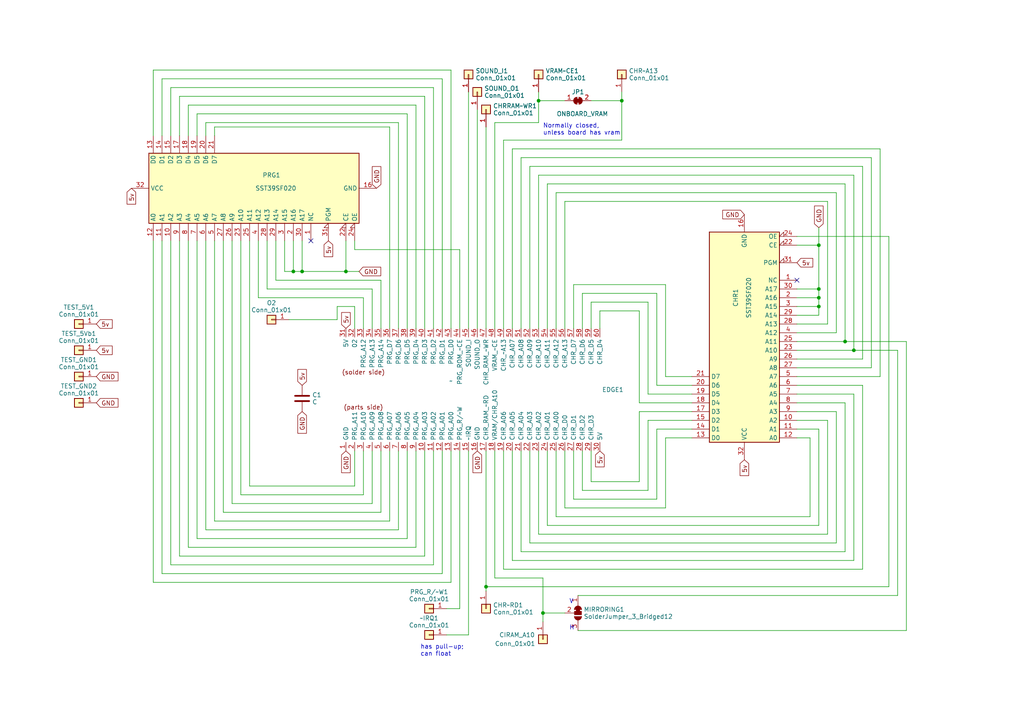
<source format=kicad_sch>
(kicad_sch (version 20230121) (generator eeschema)

  (uuid 2192d6b0-48d5-4c3b-ac98-ef3125814002)

  (paper "A4")

  (lib_symbols
    (symbol "Connector_Generic:Conn_01x01" (pin_names (offset 1.016) hide) (in_bom yes) (on_board yes)
      (property "Reference" "J" (at 0 2.54 0)
        (effects (font (size 1.27 1.27)))
      )
      (property "Value" "Conn_01x01" (at 0 -2.54 0)
        (effects (font (size 1.27 1.27)))
      )
      (property "Footprint" "" (at 0 0 0)
        (effects (font (size 1.27 1.27)) hide)
      )
      (property "Datasheet" "~" (at 0 0 0)
        (effects (font (size 1.27 1.27)) hide)
      )
      (property "ki_keywords" "connector" (at 0 0 0)
        (effects (font (size 1.27 1.27)) hide)
      )
      (property "ki_description" "Generic connector, single row, 01x01, script generated (kicad-library-utils/schlib/autogen/connector/)" (at 0 0 0)
        (effects (font (size 1.27 1.27)) hide)
      )
      (property "ki_fp_filters" "Connector*:*_1x??_*" (at 0 0 0)
        (effects (font (size 1.27 1.27)) hide)
      )
      (symbol "Conn_01x01_1_1"
        (rectangle (start -1.27 0.127) (end 0 -0.127)
          (stroke (width 0.1524) (type default))
          (fill (type none))
        )
        (rectangle (start -1.27 1.27) (end 1.27 -1.27)
          (stroke (width 0.254) (type default))
          (fill (type background))
        )
        (pin passive line (at -5.08 0 0) (length 3.81)
          (name "Pin_1" (effects (font (size 1.27 1.27))))
          (number "1" (effects (font (size 1.27 1.27))))
        )
      )
    )
    (symbol "Device:C" (pin_numbers hide) (pin_names (offset 0.254)) (in_bom yes) (on_board yes)
      (property "Reference" "C" (at 0.635 2.54 0)
        (effects (font (size 1.27 1.27)) (justify left))
      )
      (property "Value" "C" (at 0.635 -2.54 0)
        (effects (font (size 1.27 1.27)) (justify left))
      )
      (property "Footprint" "" (at 0.9652 -3.81 0)
        (effects (font (size 1.27 1.27)) hide)
      )
      (property "Datasheet" "~" (at 0 0 0)
        (effects (font (size 1.27 1.27)) hide)
      )
      (property "ki_keywords" "cap capacitor" (at 0 0 0)
        (effects (font (size 1.27 1.27)) hide)
      )
      (property "ki_description" "Unpolarized capacitor" (at 0 0 0)
        (effects (font (size 1.27 1.27)) hide)
      )
      (property "ki_fp_filters" "C_*" (at 0 0 0)
        (effects (font (size 1.27 1.27)) hide)
      )
      (symbol "C_0_1"
        (polyline
          (pts
            (xy -2.032 -0.762)
            (xy 2.032 -0.762)
          )
          (stroke (width 0.508) (type default))
          (fill (type none))
        )
        (polyline
          (pts
            (xy -2.032 0.762)
            (xy 2.032 0.762)
          )
          (stroke (width 0.508) (type default))
          (fill (type none))
        )
      )
      (symbol "C_1_1"
        (pin passive line (at 0 3.81 270) (length 2.794)
          (name "~" (effects (font (size 1.27 1.27))))
          (number "1" (effects (font (size 1.27 1.27))))
        )
        (pin passive line (at 0 -3.81 90) (length 2.794)
          (name "~" (effects (font (size 1.27 1.27))))
          (number "2" (effects (font (size 1.27 1.27))))
        )
      )
    )
    (symbol "Jumper:SolderJumper_2_Bridged" (pin_names (offset 0) hide) (in_bom yes) (on_board yes)
      (property "Reference" "JP" (at 0 2.032 0)
        (effects (font (size 1.27 1.27)))
      )
      (property "Value" "SolderJumper_2_Bridged" (at 0 -2.54 0)
        (effects (font (size 1.27 1.27)))
      )
      (property "Footprint" "" (at 0 0 0)
        (effects (font (size 1.27 1.27)) hide)
      )
      (property "Datasheet" "~" (at 0 0 0)
        (effects (font (size 1.27 1.27)) hide)
      )
      (property "ki_keywords" "solder jumper SPST" (at 0 0 0)
        (effects (font (size 1.27 1.27)) hide)
      )
      (property "ki_description" "Solder Jumper, 2-pole, closed/bridged" (at 0 0 0)
        (effects (font (size 1.27 1.27)) hide)
      )
      (property "ki_fp_filters" "SolderJumper*Bridged*" (at 0 0 0)
        (effects (font (size 1.27 1.27)) hide)
      )
      (symbol "SolderJumper_2_Bridged_0_1"
        (rectangle (start -0.508 0.508) (end 0.508 -0.508)
          (stroke (width 0) (type default))
          (fill (type outline))
        )
        (arc (start -0.254 1.016) (mid -1.2656 0) (end -0.254 -1.016)
          (stroke (width 0) (type default))
          (fill (type none))
        )
        (arc (start -0.254 1.016) (mid -1.2656 0) (end -0.254 -1.016)
          (stroke (width 0) (type default))
          (fill (type outline))
        )
        (polyline
          (pts
            (xy -0.254 1.016)
            (xy -0.254 -1.016)
          )
          (stroke (width 0) (type default))
          (fill (type none))
        )
        (polyline
          (pts
            (xy 0.254 1.016)
            (xy 0.254 -1.016)
          )
          (stroke (width 0) (type default))
          (fill (type none))
        )
        (arc (start 0.254 -1.016) (mid 1.2656 0) (end 0.254 1.016)
          (stroke (width 0) (type default))
          (fill (type none))
        )
        (arc (start 0.254 -1.016) (mid 1.2656 0) (end 0.254 1.016)
          (stroke (width 0) (type default))
          (fill (type outline))
        )
      )
      (symbol "SolderJumper_2_Bridged_1_1"
        (pin passive line (at -3.81 0 0) (length 2.54)
          (name "A" (effects (font (size 1.27 1.27))))
          (number "1" (effects (font (size 1.27 1.27))))
        )
        (pin passive line (at 3.81 0 180) (length 2.54)
          (name "B" (effects (font (size 1.27 1.27))))
          (number "2" (effects (font (size 1.27 1.27))))
        )
      )
    )
    (symbol "Jumper:SolderJumper_3_Bridged12" (pin_names (offset 0) hide) (in_bom yes) (on_board yes)
      (property "Reference" "JP" (at -2.54 -2.54 0)
        (effects (font (size 1.27 1.27)))
      )
      (property "Value" "SolderJumper_3_Bridged12" (at 0 2.794 0)
        (effects (font (size 1.27 1.27)))
      )
      (property "Footprint" "" (at 0 0 0)
        (effects (font (size 1.27 1.27)) hide)
      )
      (property "Datasheet" "~" (at 0 0 0)
        (effects (font (size 1.27 1.27)) hide)
      )
      (property "ki_keywords" "Solder Jumper SPDT" (at 0 0 0)
        (effects (font (size 1.27 1.27)) hide)
      )
      (property "ki_description" "3-pole Solder Jumper, pins 1+2 closed/bridged" (at 0 0 0)
        (effects (font (size 1.27 1.27)) hide)
      )
      (property "ki_fp_filters" "SolderJumper*Bridged12*" (at 0 0 0)
        (effects (font (size 1.27 1.27)) hide)
      )
      (symbol "SolderJumper_3_Bridged12_0_1"
        (rectangle (start -1.016 0.508) (end -0.508 -0.508)
          (stroke (width 0) (type default))
          (fill (type outline))
        )
        (arc (start -1.016 1.016) (mid -2.0276 0) (end -1.016 -1.016)
          (stroke (width 0) (type default))
          (fill (type none))
        )
        (arc (start -1.016 1.016) (mid -2.0276 0) (end -1.016 -1.016)
          (stroke (width 0) (type default))
          (fill (type outline))
        )
        (rectangle (start -0.508 1.016) (end 0.508 -1.016)
          (stroke (width 0) (type default))
          (fill (type outline))
        )
        (polyline
          (pts
            (xy -2.54 0)
            (xy -2.032 0)
          )
          (stroke (width 0) (type default))
          (fill (type none))
        )
        (polyline
          (pts
            (xy -1.016 1.016)
            (xy -1.016 -1.016)
          )
          (stroke (width 0) (type default))
          (fill (type none))
        )
        (polyline
          (pts
            (xy 0 -1.27)
            (xy 0 -1.016)
          )
          (stroke (width 0) (type default))
          (fill (type none))
        )
        (polyline
          (pts
            (xy 1.016 1.016)
            (xy 1.016 -1.016)
          )
          (stroke (width 0) (type default))
          (fill (type none))
        )
        (polyline
          (pts
            (xy 2.54 0)
            (xy 2.032 0)
          )
          (stroke (width 0) (type default))
          (fill (type none))
        )
        (arc (start 1.016 -1.016) (mid 2.0276 0) (end 1.016 1.016)
          (stroke (width 0) (type default))
          (fill (type none))
        )
        (arc (start 1.016 -1.016) (mid 2.0276 0) (end 1.016 1.016)
          (stroke (width 0) (type default))
          (fill (type outline))
        )
      )
      (symbol "SolderJumper_3_Bridged12_1_1"
        (pin passive line (at -5.08 0 0) (length 2.54)
          (name "A" (effects (font (size 1.27 1.27))))
          (number "1" (effects (font (size 1.27 1.27))))
        )
        (pin passive line (at 0 -3.81 90) (length 2.54)
          (name "C" (effects (font (size 1.27 1.27))))
          (number "2" (effects (font (size 1.27 1.27))))
        )
        (pin passive line (at 5.08 0 180) (length 2.54)
          (name "B" (effects (font (size 1.27 1.27))))
          (number "3" (effects (font (size 1.27 1.27))))
        )
      )
    )
    (symbol "Memory_Flash:SST39SF020" (in_bom yes) (on_board yes)
      (property "Reference" "U" (at 2.54 33.02 0)
        (effects (font (size 1.27 1.27)))
      )
      (property "Value" "SST39SF020" (at 0 -30.48 0)
        (effects (font (size 1.27 1.27)))
      )
      (property "Footprint" "" (at 0 7.62 0)
        (effects (font (size 1.27 1.27)) hide)
      )
      (property "Datasheet" "http://ww1.microchip.com/downloads/en/DeviceDoc/25022B.pdf" (at 0 7.62 0)
        (effects (font (size 1.27 1.27)) hide)
      )
      (property "ki_keywords" "256k flash rom" (at 0 0 0)
        (effects (font (size 1.27 1.27)) hide)
      )
      (property "ki_description" "Silicon Storage Technology (SSF) 256k x 8 Flash ROM" (at 0 0 0)
        (effects (font (size 1.27 1.27)) hide)
      )
      (symbol "SST39SF020_0_0"
        (pin power_in line (at 0 -34.29 90) (length 5.08)
          (name "GND" (effects (font (size 1.27 1.27))))
          (number "16" (effects (font (size 1.27 1.27))))
        )
        (pin power_in line (at 0 36.83 270) (length 5.08)
          (name "VCC" (effects (font (size 1.27 1.27))))
          (number "32" (effects (font (size 1.27 1.27))))
        )
      )
      (symbol "SST39SF020_0_1"
        (rectangle (start -10.16 31.75) (end 10.16 -29.21)
          (stroke (width 0.254) (type default))
          (fill (type background))
        )
      )
      (symbol "SST39SF020_1_1"
        (pin input line (at -15.24 -15.24 0) (length 5.08)
          (name "NC" (effects (font (size 1.27 1.27))))
          (number "1" (effects (font (size 1.27 1.27))))
        )
        (pin input line (at -15.24 25.4 0) (length 5.08)
          (name "A2" (effects (font (size 1.27 1.27))))
          (number "10" (effects (font (size 1.27 1.27))))
        )
        (pin input line (at -15.24 27.94 0) (length 5.08)
          (name "A1" (effects (font (size 1.27 1.27))))
          (number "11" (effects (font (size 1.27 1.27))))
        )
        (pin input line (at -15.24 30.48 0) (length 5.08)
          (name "A0" (effects (font (size 1.27 1.27))))
          (number "12" (effects (font (size 1.27 1.27))))
        )
        (pin tri_state line (at 15.24 30.48 180) (length 5.08)
          (name "D0" (effects (font (size 1.27 1.27))))
          (number "13" (effects (font (size 1.27 1.27))))
        )
        (pin tri_state line (at 15.24 27.94 180) (length 5.08)
          (name "D1" (effects (font (size 1.27 1.27))))
          (number "14" (effects (font (size 1.27 1.27))))
        )
        (pin tri_state line (at 15.24 25.4 180) (length 5.08)
          (name "D2" (effects (font (size 1.27 1.27))))
          (number "15" (effects (font (size 1.27 1.27))))
        )
        (pin tri_state line (at 15.24 22.86 180) (length 5.08)
          (name "D3" (effects (font (size 1.27 1.27))))
          (number "17" (effects (font (size 1.27 1.27))))
        )
        (pin tri_state line (at 15.24 20.32 180) (length 5.08)
          (name "D4" (effects (font (size 1.27 1.27))))
          (number "18" (effects (font (size 1.27 1.27))))
        )
        (pin tri_state line (at 15.24 17.78 180) (length 5.08)
          (name "D5" (effects (font (size 1.27 1.27))))
          (number "19" (effects (font (size 1.27 1.27))))
        )
        (pin input line (at -15.24 -10.16 0) (length 5.08)
          (name "A16" (effects (font (size 1.27 1.27))))
          (number "2" (effects (font (size 1.27 1.27))))
        )
        (pin tri_state line (at 15.24 15.24 180) (length 5.08)
          (name "D6" (effects (font (size 1.27 1.27))))
          (number "20" (effects (font (size 1.27 1.27))))
        )
        (pin tri_state line (at 15.24 12.7 180) (length 5.08)
          (name "D7" (effects (font (size 1.27 1.27))))
          (number "21" (effects (font (size 1.27 1.27))))
        )
        (pin input input_low (at -15.24 -25.4 0) (length 5.08)
          (name "CE" (effects (font (size 1.27 1.27))))
          (number "22" (effects (font (size 1.27 1.27))))
        )
        (pin input line (at -15.24 5.08 0) (length 5.08)
          (name "A10" (effects (font (size 1.27 1.27))))
          (number "23" (effects (font (size 1.27 1.27))))
        )
        (pin input input_low (at -15.24 -27.94 0) (length 5.08)
          (name "OE" (effects (font (size 1.27 1.27))))
          (number "24" (effects (font (size 1.27 1.27))))
        )
        (pin input line (at -15.24 2.54 0) (length 5.08)
          (name "A11" (effects (font (size 1.27 1.27))))
          (number "25" (effects (font (size 1.27 1.27))))
        )
        (pin input line (at -15.24 7.62 0) (length 5.08)
          (name "A9" (effects (font (size 1.27 1.27))))
          (number "26" (effects (font (size 1.27 1.27))))
        )
        (pin input line (at -15.24 10.16 0) (length 5.08)
          (name "A8" (effects (font (size 1.27 1.27))))
          (number "27" (effects (font (size 1.27 1.27))))
        )
        (pin input line (at -15.24 -2.54 0) (length 5.08)
          (name "A13" (effects (font (size 1.27 1.27))))
          (number "28" (effects (font (size 1.27 1.27))))
        )
        (pin input line (at -15.24 -5.08 0) (length 5.08)
          (name "A14" (effects (font (size 1.27 1.27))))
          (number "29" (effects (font (size 1.27 1.27))))
        )
        (pin input line (at -15.24 -7.62 0) (length 5.08)
          (name "A15" (effects (font (size 1.27 1.27))))
          (number "3" (effects (font (size 1.27 1.27))))
        )
        (pin input line (at -15.24 -12.7 0) (length 5.08)
          (name "A17" (effects (font (size 1.27 1.27))))
          (number "30" (effects (font (size 1.27 1.27))))
        )
        (pin input input_low (at -15.24 -20.32 0) (length 5.08)
          (name "PGM" (effects (font (size 1.27 1.27))))
          (number "31" (effects (font (size 1.27 1.27))))
        )
        (pin input line (at -15.24 0 0) (length 5.08)
          (name "A12" (effects (font (size 1.27 1.27))))
          (number "4" (effects (font (size 1.27 1.27))))
        )
        (pin input line (at -15.24 12.7 0) (length 5.08)
          (name "A7" (effects (font (size 1.27 1.27))))
          (number "5" (effects (font (size 1.27 1.27))))
        )
        (pin input line (at -15.24 15.24 0) (length 5.08)
          (name "A6" (effects (font (size 1.27 1.27))))
          (number "6" (effects (font (size 1.27 1.27))))
        )
        (pin input line (at -15.24 17.78 0) (length 5.08)
          (name "A5" (effects (font (size 1.27 1.27))))
          (number "7" (effects (font (size 1.27 1.27))))
        )
        (pin input line (at -15.24 20.32 0) (length 5.08)
          (name "A4" (effects (font (size 1.27 1.27))))
          (number "8" (effects (font (size 1.27 1.27))))
        )
        (pin input line (at -15.24 22.86 0) (length 5.08)
          (name "A3" (effects (font (size 1.27 1.27))))
          (number "9" (effects (font (size 1.27 1.27))))
        )
      )
    )
    (symbol "famicom:famicartedge" (in_bom yes) (on_board yes)
      (property "Reference" "EDGE" (at 20.32 -2.54 0)
        (effects (font (size 1.27 1.27)))
      )
      (property "Value" "" (at 0 0 0)
        (effects (font (size 1.27 1.27)))
      )
      (property "Footprint" "" (at 0 0 0)
        (effects (font (size 1.27 1.27)) hide)
      )
      (property "Datasheet" "" (at 0 0 0)
        (effects (font (size 1.27 1.27)) hide)
      )
      (symbol "famicartedge_1_1"
        (text "(parts side)" (at -25.4 -7.62 0)
          (effects (font (size 1.27 1.27)))
        )
        (text "(solder side)" (at -25.4 2.54 0)
          (effects (font (size 1.27 1.27)))
        )
        (pin input line (at -30.48 -20.32 90) (length 2.54)
          (name "GND" (effects (font (size 1.27 1.27))))
          (number "1" (effects (font (size 1.27 1.27))))
        )
        (pin input line (at -7.62 -20.32 90) (length 2.54)
          (name "PRG_A03" (effects (font (size 1.27 1.27))))
          (number "10" (effects (font (size 1.27 1.27))))
        )
        (pin input line (at -5.08 -20.32 90) (length 2.54)
          (name "PRG_A02" (effects (font (size 1.27 1.27))))
          (number "11" (effects (font (size 1.27 1.27))))
        )
        (pin input line (at -2.54 -20.32 90) (length 2.54)
          (name "PRG_A01" (effects (font (size 1.27 1.27))))
          (number "12" (effects (font (size 1.27 1.27))))
        )
        (pin input line (at 0 -20.32 90) (length 2.54)
          (name "PRG_A00" (effects (font (size 1.27 1.27))))
          (number "13" (effects (font (size 1.27 1.27))))
        )
        (pin input line (at 2.54 -20.32 90) (length 2.54)
          (name "PRG_R/~W" (effects (font (size 1.27 1.27))))
          (number "14" (effects (font (size 1.27 1.27))))
        )
        (pin input line (at 5.08 -20.32 90) (length 2.54)
          (name "~IRQ" (effects (font (size 1.27 1.27))))
          (number "15" (effects (font (size 1.27 1.27))))
        )
        (pin input line (at 7.62 -20.32 90) (length 2.54)
          (name "GND" (effects (font (size 1.27 1.27))))
          (number "16" (effects (font (size 1.27 1.27))))
        )
        (pin input line (at 10.16 -20.32 90) (length 2.54)
          (name "CHR_RAM_~RD" (effects (font (size 1.27 1.27))))
          (number "17" (effects (font (size 1.27 1.27))))
        )
        (pin input line (at 12.7 -20.32 90) (length 2.54)
          (name "VRAM/CHR_A10" (effects (font (size 1.27 1.27))))
          (number "18" (effects (font (size 1.27 1.27))))
        )
        (pin input line (at 15.24 -20.32 90) (length 2.54)
          (name "CHR_A06" (effects (font (size 1.27 1.27))))
          (number "19" (effects (font (size 1.27 1.27))))
        )
        (pin input line (at -27.94 -20.32 90) (length 2.54)
          (name "PRG_A11" (effects (font (size 1.27 1.27))))
          (number "2" (effects (font (size 1.27 1.27))))
        )
        (pin input line (at 17.78 -20.32 90) (length 2.54)
          (name "CHR_A05" (effects (font (size 1.27 1.27))))
          (number "20" (effects (font (size 1.27 1.27))))
        )
        (pin input line (at 20.32 -20.32 90) (length 2.54)
          (name "CHR_A04" (effects (font (size 1.27 1.27))))
          (number "21" (effects (font (size 1.27 1.27))))
        )
        (pin input line (at 22.86 -20.32 90) (length 2.54)
          (name "CHR_A03" (effects (font (size 1.27 1.27))))
          (number "22" (effects (font (size 1.27 1.27))))
        )
        (pin input line (at 25.4 -20.32 90) (length 2.54)
          (name "CHR_A02" (effects (font (size 1.27 1.27))))
          (number "23" (effects (font (size 1.27 1.27))))
        )
        (pin input line (at 27.94 -20.32 90) (length 2.54)
          (name "CHR_A01" (effects (font (size 1.27 1.27))))
          (number "24" (effects (font (size 1.27 1.27))))
        )
        (pin input line (at 30.48 -20.32 90) (length 2.54)
          (name "CHR_A00" (effects (font (size 1.27 1.27))))
          (number "25" (effects (font (size 1.27 1.27))))
        )
        (pin input line (at 33.02 -20.32 90) (length 2.54)
          (name "CHR_D0" (effects (font (size 1.27 1.27))))
          (number "26" (effects (font (size 1.27 1.27))))
        )
        (pin input line (at 35.56 -20.32 90) (length 2.54)
          (name "CHR_D1" (effects (font (size 1.27 1.27))))
          (number "27" (effects (font (size 1.27 1.27))))
        )
        (pin input line (at 38.1 -20.32 90) (length 2.54)
          (name "CHR_D2" (effects (font (size 1.27 1.27))))
          (number "28" (effects (font (size 1.27 1.27))))
        )
        (pin input line (at 40.64 -20.32 90) (length 2.54)
          (name "CHR_D3" (effects (font (size 1.27 1.27))))
          (number "29" (effects (font (size 1.27 1.27))))
        )
        (pin input line (at -25.4 -20.32 90) (length 2.54)
          (name "PRG_A10" (effects (font (size 1.27 1.27))))
          (number "3" (effects (font (size 1.27 1.27))))
        )
        (pin input line (at 43.18 -20.32 90) (length 2.54)
          (name "5V" (effects (font (size 1.27 1.27))))
          (number "30" (effects (font (size 1.27 1.27))))
        )
        (pin input line (at -30.48 15.24 270) (length 2.54)
          (name "5V" (effects (font (size 1.27 1.27))))
          (number "31" (effects (font (size 1.27 1.27))))
        )
        (pin input line (at -27.94 15.24 270) (length 2.54)
          (name "02" (effects (font (size 1.27 1.27))))
          (number "32" (effects (font (size 1.27 1.27))))
        )
        (pin input line (at -25.4 15.24 270) (length 2.54)
          (name "PRG_A12" (effects (font (size 1.27 1.27))))
          (number "33" (effects (font (size 1.27 1.27))))
        )
        (pin input line (at -22.86 15.24 270) (length 2.54)
          (name "PRG_A13" (effects (font (size 1.27 1.27))))
          (number "34" (effects (font (size 1.27 1.27))))
        )
        (pin input line (at -20.32 15.24 270) (length 2.54)
          (name "PRG_A14" (effects (font (size 1.27 1.27))))
          (number "35" (effects (font (size 1.27 1.27))))
        )
        (pin input line (at -17.78 15.24 270) (length 2.54)
          (name "PRG_D7" (effects (font (size 1.27 1.27))))
          (number "36" (effects (font (size 1.27 1.27))))
        )
        (pin input line (at -15.24 15.24 270) (length 2.54)
          (name "PRG_D6" (effects (font (size 1.27 1.27))))
          (number "37" (effects (font (size 1.27 1.27))))
        )
        (pin input line (at -12.7 15.24 270) (length 2.54)
          (name "PRG_D5" (effects (font (size 1.27 1.27))))
          (number "38" (effects (font (size 1.27 1.27))))
        )
        (pin input line (at -10.16 15.24 270) (length 2.54)
          (name "PRG_D4" (effects (font (size 1.27 1.27))))
          (number "39" (effects (font (size 1.27 1.27))))
        )
        (pin input line (at -22.86 -20.32 90) (length 2.54)
          (name "PRG_A09" (effects (font (size 1.27 1.27))))
          (number "4" (effects (font (size 1.27 1.27))))
        )
        (pin input line (at -7.62 15.24 270) (length 2.54)
          (name "PRG_D3" (effects (font (size 1.27 1.27))))
          (number "40" (effects (font (size 1.27 1.27))))
        )
        (pin input line (at -5.08 15.24 270) (length 2.54)
          (name "PRG_D2" (effects (font (size 1.27 1.27))))
          (number "41" (effects (font (size 1.27 1.27))))
        )
        (pin input line (at -2.54 15.24 270) (length 2.54)
          (name "PRG_D1" (effects (font (size 1.27 1.27))))
          (number "42" (effects (font (size 1.27 1.27))))
        )
        (pin input line (at 0 15.24 270) (length 2.54)
          (name "PRG_D0" (effects (font (size 1.27 1.27))))
          (number "43" (effects (font (size 1.27 1.27))))
        )
        (pin input line (at 2.54 15.24 270) (length 2.54)
          (name "PRG_ROM_~CE" (effects (font (size 1.27 1.27))))
          (number "44" (effects (font (size 1.27 1.27))))
        )
        (pin input line (at 5.08 15.24 270) (length 2.54)
          (name "SOUND_I" (effects (font (size 1.27 1.27))))
          (number "45" (effects (font (size 1.27 1.27))))
        )
        (pin input line (at 7.62 15.24 270) (length 2.54)
          (name "SOUND_O" (effects (font (size 1.27 1.27))))
          (number "46" (effects (font (size 1.27 1.27))))
        )
        (pin input line (at 10.16 15.24 270) (length 2.54)
          (name "CHR_RAM_~WR" (effects (font (size 1.27 1.27))))
          (number "47" (effects (font (size 1.27 1.27))))
        )
        (pin input line (at 12.7 15.24 270) (length 2.54)
          (name "VRAM_~CE" (effects (font (size 1.27 1.27))))
          (number "48" (effects (font (size 1.27 1.27))))
        )
        (pin input line (at 15.24 15.24 270) (length 2.54)
          (name "CHR_~A13" (effects (font (size 1.27 1.27))))
          (number "49" (effects (font (size 1.27 1.27))))
        )
        (pin input line (at -20.32 -20.32 90) (length 2.54)
          (name "PRG_A08" (effects (font (size 1.27 1.27))))
          (number "5" (effects (font (size 1.27 1.27))))
        )
        (pin input line (at 17.78 15.24 270) (length 2.54)
          (name "CHR_A07" (effects (font (size 1.27 1.27))))
          (number "50" (effects (font (size 1.27 1.27))))
        )
        (pin input line (at 20.32 15.24 270) (length 2.54)
          (name "CHR_A08" (effects (font (size 1.27 1.27))))
          (number "51" (effects (font (size 1.27 1.27))))
        )
        (pin input line (at 22.86 15.24 270) (length 2.54)
          (name "CHR_A09" (effects (font (size 1.27 1.27))))
          (number "52" (effects (font (size 1.27 1.27))))
        )
        (pin input line (at 25.4 15.24 270) (length 2.54)
          (name "CHR_A10" (effects (font (size 1.27 1.27))))
          (number "53" (effects (font (size 1.27 1.27))))
        )
        (pin input line (at 27.94 15.24 270) (length 2.54)
          (name "CHR_A11" (effects (font (size 1.27 1.27))))
          (number "54" (effects (font (size 1.27 1.27))))
        )
        (pin input line (at 30.48 15.24 270) (length 2.54)
          (name "CHR_A12" (effects (font (size 1.27 1.27))))
          (number "55" (effects (font (size 1.27 1.27))))
        )
        (pin input line (at 33.02 15.24 270) (length 2.54)
          (name "CHR_A13" (effects (font (size 1.27 1.27))))
          (number "56" (effects (font (size 1.27 1.27))))
        )
        (pin input line (at 35.56 15.24 270) (length 2.54)
          (name "CHR_D7" (effects (font (size 1.27 1.27))))
          (number "57" (effects (font (size 1.27 1.27))))
        )
        (pin input line (at 38.1 15.24 270) (length 2.54)
          (name "CHR_D6" (effects (font (size 1.27 1.27))))
          (number "58" (effects (font (size 1.27 1.27))))
        )
        (pin input line (at 40.64 15.24 270) (length 2.54)
          (name "CHR_D5" (effects (font (size 1.27 1.27))))
          (number "59" (effects (font (size 1.27 1.27))))
        )
        (pin input line (at -17.78 -20.32 90) (length 2.54)
          (name "PRG_A07" (effects (font (size 1.27 1.27))))
          (number "6" (effects (font (size 1.27 1.27))))
        )
        (pin input line (at 43.18 15.24 270) (length 2.54)
          (name "CHR_D4" (effects (font (size 1.27 1.27))))
          (number "60" (effects (font (size 1.27 1.27))))
        )
        (pin input line (at -15.24 -20.32 90) (length 2.54)
          (name "PRG_A06" (effects (font (size 1.27 1.27))))
          (number "7" (effects (font (size 1.27 1.27))))
        )
        (pin input line (at -12.7 -20.32 90) (length 2.54)
          (name "PRG_A05" (effects (font (size 1.27 1.27))))
          (number "8" (effects (font (size 1.27 1.27))))
        )
        (pin input line (at -10.16 -20.32 90) (length 2.54)
          (name "PRG_A04" (effects (font (size 1.27 1.27))))
          (number "9" (effects (font (size 1.27 1.27))))
        )
      )
    )
  )

  (junction (at 156.21 29.21) (diameter 0) (color 0 0 0 0)
    (uuid 0b2b355f-199d-43ea-93ec-6141410a549f)
  )
  (junction (at 85.09 78.74) (diameter 0) (color 0 0 0 0)
    (uuid 0bb7c97a-faeb-4ca7-9665-6a4f82f9c82b)
  )
  (junction (at 140.97 170.18) (diameter 0) (color 0 0 0 0)
    (uuid 498b2355-2cce-47e3-940b-dd824f2fd8b3)
  )
  (junction (at 237.49 86.36) (diameter 0) (color 0 0 0 0)
    (uuid 615540d1-fbc3-4ce3-83c4-ee848a62e7fd)
  )
  (junction (at 237.49 71.12) (diameter 0) (color 0 0 0 0)
    (uuid 6a481540-f89a-46ba-aee2-32b72dd3c3e4)
  )
  (junction (at 157.48 177.8) (diameter 0) (color 0 0 0 0)
    (uuid 8f519837-d84a-4bc7-91bb-bde7353df60e)
  )
  (junction (at 237.49 88.9) (diameter 0) (color 0 0 0 0)
    (uuid b1a61340-ed6b-4404-b2d2-c10279df7914)
  )
  (junction (at 100.33 78.74) (diameter 0) (color 0 0 0 0)
    (uuid b2647094-8627-469e-b02f-bded19f357f9)
  )
  (junction (at 245.11 99.06) (diameter 0) (color 0 0 0 0)
    (uuid b474f5d2-4de8-4ba8-8035-5542fccffe7f)
  )
  (junction (at 237.49 83.82) (diameter 0) (color 0 0 0 0)
    (uuid e2bcbd8b-5aab-4488-9900-fe6dabeba4b7)
  )
  (junction (at 180.34 29.21) (diameter 0) (color 0 0 0 0)
    (uuid ed50a7a8-a951-4f09-a18c-8bf7709c7c1a)
  )
  (junction (at 87.63 78.74) (diameter 0) (color 0 0 0 0)
    (uuid eedee961-53df-459f-b0b7-448c27db4822)
  )
  (junction (at 247.65 101.6) (diameter 0) (color 0 0 0 0)
    (uuid f0191b90-4109-4dbd-83c3-0bb139ab0223)
  )

  (no_connect (at 90.17 69.85) (uuid 1de0dfd2-657d-4f9f-8c29-000ceb2a0c71))
  (no_connect (at 231.14 81.28) (uuid f8c11af0-39bc-44cc-80cf-5ba79c9294c3))

  (wire (pts (xy 128.27 22.86) (xy 46.99 22.86))
    (stroke (width 0) (type default))
    (uuid 009dea27-7f10-426f-ab76-361fa531aa28)
  )
  (wire (pts (xy 64.77 148.59) (xy 64.77 69.85))
    (stroke (width 0) (type default))
    (uuid 012c944f-f2b2-4d16-918e-33ff48d6c087)
  )
  (wire (pts (xy 234.95 127) (xy 231.14 127))
    (stroke (width 0) (type default))
    (uuid 01419ce3-48eb-49fd-9790-08040a783da8)
  )
  (wire (pts (xy 133.35 176.53) (xy 129.54 176.53))
    (stroke (width 0) (type default))
    (uuid 03ef99e5-6506-4004-ab4b-10666521ff43)
  )
  (wire (pts (xy 247.65 162.56) (xy 247.65 114.3))
    (stroke (width 0) (type default))
    (uuid 06547088-9958-4091-a817-2b7c08f1bbfc)
  )
  (wire (pts (xy 115.57 153.67) (xy 59.69 153.67))
    (stroke (width 0) (type default))
    (uuid 0ec36e4a-d3d0-4022-88cd-8e65a19300e8)
  )
  (wire (pts (xy 168.91 85.09) (xy 190.5 85.09))
    (stroke (width 0) (type default))
    (uuid 10680add-762c-4000-9399-c1ae6813241d)
  )
  (wire (pts (xy 140.97 36.83) (xy 140.97 95.25))
    (stroke (width 0) (type default))
    (uuid 10c5aae3-84e9-408f-a359-6d254dcab553)
  )
  (wire (pts (xy 120.65 30.48) (xy 120.65 95.25))
    (stroke (width 0) (type default))
    (uuid 120e2708-02b8-43e2-b0c4-ec15bdf22c77)
  )
  (wire (pts (xy 57.15 33.02) (xy 57.15 39.37))
    (stroke (width 0) (type default))
    (uuid 126b900b-ae5a-4c18-855d-f6886d30fed5)
  )
  (wire (pts (xy 102.87 88.9) (xy 102.87 95.25))
    (stroke (width 0) (type default))
    (uuid 135cbe8d-6455-46d8-9038-c2cb3b4f9116)
  )
  (wire (pts (xy 113.03 36.83) (xy 62.23 36.83))
    (stroke (width 0) (type default))
    (uuid 154806b9-4183-42c5-a8b1-b9b08885f22a)
  )
  (wire (pts (xy 231.14 116.84) (xy 245.11 116.84))
    (stroke (width 0) (type default))
    (uuid 166361b0-c544-43eb-af54-352a2edfd542)
  )
  (wire (pts (xy 187.96 121.92) (xy 200.66 121.92))
    (stroke (width 0) (type default))
    (uuid 171b4392-26ee-4090-9a0c-cb6068aedaab)
  )
  (wire (pts (xy 49.53 25.4) (xy 49.53 39.37))
    (stroke (width 0) (type default))
    (uuid 19fa93d9-9130-4410-ba9c-b08e8a2010cb)
  )
  (wire (pts (xy 135.89 26.67) (xy 135.89 95.25))
    (stroke (width 0) (type default))
    (uuid 1e740195-aa9c-4454-b76f-87b8aa48509d)
  )
  (wire (pts (xy 44.45 168.91) (xy 44.45 69.85))
    (stroke (width 0) (type default))
    (uuid 1f2aadc4-e852-4408-926f-405dacae456e)
  )
  (wire (pts (xy 128.27 22.86) (xy 128.27 95.25))
    (stroke (width 0) (type default))
    (uuid 1f539fcf-158a-4ee6-b335-4d2c81b68e76)
  )
  (wire (pts (xy 231.14 106.68) (xy 252.73 106.68))
    (stroke (width 0) (type default))
    (uuid 207f2286-08ce-48c9-93d8-90819b169e8d)
  )
  (wire (pts (xy 153.67 48.26) (xy 153.67 95.25))
    (stroke (width 0) (type default))
    (uuid 21f4244a-5794-4802-842e-ba845ab9503e)
  )
  (wire (pts (xy 166.37 130.81) (xy 166.37 144.78))
    (stroke (width 0) (type default))
    (uuid 24e1f3d1-4110-4127-88fb-68bda7937a9d)
  )
  (wire (pts (xy 173.99 90.17) (xy 185.42 90.17))
    (stroke (width 0) (type default))
    (uuid 25ff6035-0e52-49a1-85d4-f117aa3447e6)
  )
  (wire (pts (xy 193.04 82.55) (xy 193.04 109.22))
    (stroke (width 0) (type default))
    (uuid 265970d6-66bb-47d0-a0ac-b4575b078474)
  )
  (wire (pts (xy 156.21 29.21) (xy 163.83 29.21))
    (stroke (width 0) (type default))
    (uuid 26783711-e0a7-48da-a2cd-ad5d86954a7a)
  )
  (wire (pts (xy 115.57 35.56) (xy 59.69 35.56))
    (stroke (width 0) (type default))
    (uuid 2788e000-ed54-44d7-b6ee-a456be8c82c9)
  )
  (wire (pts (xy 262.89 99.06) (xy 245.11 99.06))
    (stroke (width 0) (type default))
    (uuid 27f71b0e-b66b-498e-9f74-b4a2b80c9756)
  )
  (wire (pts (xy 153.67 130.81) (xy 153.67 157.48))
    (stroke (width 0) (type default))
    (uuid 2804dda1-19dc-44ae-87a8-31a1af4ab65f)
  )
  (wire (pts (xy 113.03 130.81) (xy 113.03 151.13))
    (stroke (width 0) (type default))
    (uuid 29c9d73d-fd53-4ced-9350-8fb9a32391c5)
  )
  (wire (pts (xy 185.42 116.84) (xy 200.66 116.84))
    (stroke (width 0) (type default))
    (uuid 2ab70940-e17e-4332-b119-7eb7c5e086d2)
  )
  (wire (pts (xy 187.96 114.3) (xy 200.66 114.3))
    (stroke (width 0) (type default))
    (uuid 2ba92112-94d5-4c40-931c-9838e3d59fed)
  )
  (wire (pts (xy 113.03 36.83) (xy 113.03 95.25))
    (stroke (width 0) (type default))
    (uuid 2cac45d4-ba9f-4ebf-9773-2f819f36d988)
  )
  (wire (pts (xy 157.48 177.8) (xy 157.48 180.34))
    (stroke (width 0) (type default))
    (uuid 2cd24f41-f0db-4110-b2a6-a8580ba09c7d)
  )
  (wire (pts (xy 171.45 130.81) (xy 171.45 139.7))
    (stroke (width 0) (type default))
    (uuid 2d221a25-feb7-45bc-ad5c-ded037eeb82b)
  )
  (wire (pts (xy 237.49 83.82) (xy 237.49 86.36))
    (stroke (width 0) (type default))
    (uuid 2e67b091-9c49-4024-a738-5632d873f9bc)
  )
  (wire (pts (xy 156.21 29.21) (xy 156.21 35.56))
    (stroke (width 0) (type default))
    (uuid 2f862971-7e0e-434d-9db2-ddb747563fcb)
  )
  (wire (pts (xy 156.21 130.81) (xy 156.21 154.94))
    (stroke (width 0) (type default))
    (uuid 327f8e2c-717e-466e-a7d9-6f7018d22b80)
  )
  (wire (pts (xy 153.67 157.48) (xy 242.57 157.48))
    (stroke (width 0) (type default))
    (uuid 33911048-227d-46d8-8e04-a24ff210789f)
  )
  (wire (pts (xy 105.41 143.51) (xy 69.85 143.51))
    (stroke (width 0) (type default))
    (uuid 363567c7-79b1-4ccb-a1b3-368210cdb006)
  )
  (wire (pts (xy 161.29 55.88) (xy 161.29 95.25))
    (stroke (width 0) (type default))
    (uuid 36bcb0b6-114c-495a-a0ee-690b5eb59dd2)
  )
  (wire (pts (xy 110.49 95.25) (xy 110.49 81.28))
    (stroke (width 0) (type default))
    (uuid 37839422-70af-4940-867f-042d042d3fe6)
  )
  (wire (pts (xy 250.19 165.1) (xy 250.19 111.76))
    (stroke (width 0) (type default))
    (uuid 3b33c014-3fb3-4b3c-a2c9-a6dfad29ba54)
  )
  (wire (pts (xy 231.14 109.22) (xy 255.27 109.22))
    (stroke (width 0) (type default))
    (uuid 3edeb193-85d8-4c2e-93b9-c774aa79352d)
  )
  (wire (pts (xy 59.69 153.67) (xy 59.69 69.85))
    (stroke (width 0) (type default))
    (uuid 3f76f7dd-8f28-4be6-9261-716edf0e25b8)
  )
  (wire (pts (xy 231.14 101.6) (xy 247.65 101.6))
    (stroke (width 0) (type default))
    (uuid 408d382e-8ea4-408c-a005-925faa20a546)
  )
  (wire (pts (xy 130.81 168.91) (xy 44.45 168.91))
    (stroke (width 0) (type default))
    (uuid 421547f9-117c-4380-8a39-1177a101d4e9)
  )
  (wire (pts (xy 190.5 144.78) (xy 190.5 124.46))
    (stroke (width 0) (type default))
    (uuid 42ae674c-29ff-4b5d-a254-84d406ca245d)
  )
  (wire (pts (xy 120.65 130.81) (xy 120.65 158.75))
    (stroke (width 0) (type default))
    (uuid 44a9b177-38db-4650-9bce-06cf8cbdb195)
  )
  (wire (pts (xy 168.91 130.81) (xy 168.91 142.24))
    (stroke (width 0) (type default))
    (uuid 49b31888-c4b3-467a-a960-7cb68801da36)
  )
  (wire (pts (xy 171.45 95.25) (xy 171.45 87.63))
    (stroke (width 0) (type default))
    (uuid 4c406452-43de-4b1c-bf26-6f96a8c0f0af)
  )
  (wire (pts (xy 161.29 149.86) (xy 234.95 149.86))
    (stroke (width 0) (type default))
    (uuid 4c470912-3e14-43cb-9bb4-82b4b5e48907)
  )
  (wire (pts (xy 185.42 90.17) (xy 185.42 116.84))
    (stroke (width 0) (type default))
    (uuid 4dc835e7-ab1f-4981-ad1f-c17f31bcb084)
  )
  (wire (pts (xy 245.11 53.34) (xy 245.11 99.06))
    (stroke (width 0) (type default))
    (uuid 4e2e1edb-e539-4ea6-9084-fc911c3f76a8)
  )
  (wire (pts (xy 130.81 20.32) (xy 44.45 20.32))
    (stroke (width 0) (type default))
    (uuid 51bff845-a22e-4ef5-9311-c8143f7d1e3c)
  )
  (wire (pts (xy 115.57 130.81) (xy 115.57 153.67))
    (stroke (width 0) (type default))
    (uuid 546179ae-0b1f-4808-8bce-5fde48df0bf5)
  )
  (wire (pts (xy 82.55 78.74) (xy 85.09 78.74))
    (stroke (width 0) (type default))
    (uuid 5469a61d-02c3-4071-8980-85559abccc4a)
  )
  (wire (pts (xy 49.53 163.83) (xy 49.53 69.85))
    (stroke (width 0) (type default))
    (uuid 57734e37-0acc-4384-a20b-65fb278c3c4d)
  )
  (wire (pts (xy 166.37 144.78) (xy 190.5 144.78))
    (stroke (width 0) (type default))
    (uuid 57b30147-8150-4d26-85b1-9c65c1fbaf35)
  )
  (wire (pts (xy 118.11 33.02) (xy 57.15 33.02))
    (stroke (width 0) (type default))
    (uuid 57d5074e-6fa7-47f5-a35c-aeab548218ce)
  )
  (wire (pts (xy 125.73 25.4) (xy 125.73 95.25))
    (stroke (width 0) (type default))
    (uuid 584c1fef-3191-4211-b4d3-546490f07a24)
  )
  (wire (pts (xy 77.47 83.82) (xy 77.47 69.85))
    (stroke (width 0) (type default))
    (uuid 58812d15-0a9d-4df8-9cc9-7ac9a31b7b6d)
  )
  (wire (pts (xy 110.49 81.28) (xy 80.01 81.28))
    (stroke (width 0) (type default))
    (uuid 595430db-8109-4c5b-bca3-79091656ebe7)
  )
  (wire (pts (xy 163.83 130.81) (xy 163.83 147.32))
    (stroke (width 0) (type default))
    (uuid 59bd25ee-8de3-4875-81dd-faa2ec9c6b0e)
  )
  (wire (pts (xy 231.14 124.46) (xy 237.49 124.46))
    (stroke (width 0) (type default))
    (uuid 5b319a04-642a-4e54-b1b0-1bc6429d9469)
  )
  (wire (pts (xy 180.34 40.64) (xy 180.34 29.21))
    (stroke (width 0) (type default))
    (uuid 5bfeaaa9-9361-4101-a9b5-edd508c13362)
  )
  (wire (pts (xy 185.42 139.7) (xy 185.42 119.38))
    (stroke (width 0) (type default))
    (uuid 5d42d1c1-4f91-4162-8317-046125e8fc80)
  )
  (wire (pts (xy 133.35 130.81) (xy 133.35 176.53))
    (stroke (width 0) (type default))
    (uuid 617924fc-b1bb-4e09-a50d-7cf6901d1896)
  )
  (wire (pts (xy 129.54 184.15) (xy 135.89 184.15))
    (stroke (width 0) (type default))
    (uuid 621dae7f-b3ce-4bf6-adef-ed2100a8da08)
  )
  (wire (pts (xy 140.97 170.18) (xy 140.97 171.45))
    (stroke (width 0) (type default))
    (uuid 629abdeb-ea20-4e1e-b88e-31f1f5b82ea7)
  )
  (wire (pts (xy 146.05 40.64) (xy 180.34 40.64))
    (stroke (width 0) (type default))
    (uuid 62fd526e-7a00-472a-8d0d-9a3c00375c06)
  )
  (wire (pts (xy 54.61 30.48) (xy 54.61 39.37))
    (stroke (width 0) (type default))
    (uuid 668d3a3d-cf81-487e-90c5-1a89edc55068)
  )
  (wire (pts (xy 167.64 172.72) (xy 260.35 172.72))
    (stroke (width 0) (type default))
    (uuid 668d7572-0663-46e2-846d-e6145faa6bec)
  )
  (wire (pts (xy 105.41 130.81) (xy 105.41 143.51))
    (stroke (width 0) (type default))
    (uuid 674f646c-ac84-490c-9ab1-41f7c87b4d1c)
  )
  (wire (pts (xy 100.33 78.74) (xy 104.14 78.74))
    (stroke (width 0) (type default))
    (uuid 67c2177d-f620-4dc3-a82d-c5174f6a19e5)
  )
  (wire (pts (xy 72.39 140.97) (xy 72.39 69.85))
    (stroke (width 0) (type default))
    (uuid 68853112-d121-42ed-81b6-58e8442cb938)
  )
  (wire (pts (xy 257.81 170.18) (xy 257.81 68.58))
    (stroke (width 0) (type default))
    (uuid 6914a50f-bce3-430f-9c19-6f21776f7e33)
  )
  (wire (pts (xy 54.61 158.75) (xy 54.61 69.85))
    (stroke (width 0) (type default))
    (uuid 6ee1a39c-d5a7-4c03-8e9d-016d48f80b7e)
  )
  (wire (pts (xy 171.45 29.21) (xy 180.34 29.21))
    (stroke (width 0) (type default))
    (uuid 6f4fad7e-3c12-4e95-9306-08f09f320433)
  )
  (wire (pts (xy 163.83 147.32) (xy 193.04 147.32))
    (stroke (width 0) (type default))
    (uuid 6fb841c4-14d8-4e8c-bda3-f623c6478424)
  )
  (wire (pts (xy 146.05 95.25) (xy 146.05 40.64))
    (stroke (width 0) (type default))
    (uuid 6fda98b7-b0fb-44aa-a43b-d9e2e2aaadbc)
  )
  (wire (pts (xy 110.49 148.59) (xy 64.77 148.59))
    (stroke (width 0) (type default))
    (uuid 70a77a7e-c164-4c93-8441-84da61fbe44f)
  )
  (wire (pts (xy 52.07 161.29) (xy 52.07 69.85))
    (stroke (width 0) (type default))
    (uuid 71182754-f731-4348-9ee6-9f801c21767d)
  )
  (wire (pts (xy 80.01 81.28) (xy 80.01 69.85))
    (stroke (width 0) (type default))
    (uuid 733f0f4f-d6c7-4c11-89cd-49e76da5c355)
  )
  (wire (pts (xy 102.87 69.85) (xy 102.87 72.39))
    (stroke (width 0) (type default))
    (uuid 75a05a23-18bb-4766-a63c-303dcce989ac)
  )
  (wire (pts (xy 240.03 58.42) (xy 240.03 93.98))
    (stroke (width 0) (type default))
    (uuid 769bf53e-1fa1-47c4-8788-21577a98d449)
  )
  (wire (pts (xy 163.83 58.42) (xy 240.03 58.42))
    (stroke (width 0) (type default))
    (uuid 78aa7117-fcfc-48b9-ba4a-1369388f3bd7)
  )
  (wire (pts (xy 237.49 83.82) (xy 231.14 83.82))
    (stroke (width 0) (type default))
    (uuid 7b81eba0-d3b5-4d36-89cc-e568cab5c712)
  )
  (wire (pts (xy 247.65 101.6) (xy 247.65 50.8))
    (stroke (width 0) (type default))
    (uuid 7ca7977e-8a41-4ee2-abeb-e5a630df14bb)
  )
  (wire (pts (xy 128.27 166.37) (xy 46.99 166.37))
    (stroke (width 0) (type default))
    (uuid 7cccb082-d44c-4892-9865-49299a4ab227)
  )
  (wire (pts (xy 128.27 130.81) (xy 128.27 166.37))
    (stroke (width 0) (type default))
    (uuid 7d408294-8b44-4a8f-bc5e-32aff28840be)
  )
  (wire (pts (xy 133.35 95.25) (xy 133.35 72.39))
    (stroke (width 0) (type default))
    (uuid 7da6fcc9-7c1b-4654-8331-e0185cc9e538)
  )
  (wire (pts (xy 143.51 130.81) (xy 143.51 167.64))
    (stroke (width 0) (type default))
    (uuid 7e0a886f-778c-483d-ae0e-d87b85989e03)
  )
  (wire (pts (xy 107.95 95.25) (xy 107.95 83.82))
    (stroke (width 0) (type default))
    (uuid 7e32b00a-d930-4537-81cf-451ff099d6a7)
  )
  (wire (pts (xy 252.73 106.68) (xy 252.73 45.72))
    (stroke (width 0) (type default))
    (uuid 80ce8e40-388d-4d5f-b190-ee0c276d4eff)
  )
  (wire (pts (xy 260.35 172.72) (xy 260.35 101.6))
    (stroke (width 0) (type default))
    (uuid 810b883a-7547-45d4-b61c-65268cf50aa2)
  )
  (wire (pts (xy 156.21 26.67) (xy 156.21 29.21))
    (stroke (width 0) (type default))
    (uuid 81f2653e-2934-47b2-81a1-9b2abe878dd1)
  )
  (wire (pts (xy 193.04 147.32) (xy 193.04 127))
    (stroke (width 0) (type default))
    (uuid 82d62014-da87-4052-a4c3-3ce57af1f27a)
  )
  (wire (pts (xy 125.73 25.4) (xy 49.53 25.4))
    (stroke (width 0) (type default))
    (uuid 846a89aa-a4bb-4ad5-aaaa-56fcf07402e4)
  )
  (wire (pts (xy 158.75 53.34) (xy 245.11 53.34))
    (stroke (width 0) (type default))
    (uuid 85d491ab-7c9e-42c9-8c79-a12c40303a7d)
  )
  (wire (pts (xy 158.75 95.25) (xy 158.75 53.34))
    (stroke (width 0) (type default))
    (uuid 8644945c-6dc7-4407-814e-72b639183fe4)
  )
  (wire (pts (xy 187.96 87.63) (xy 187.96 114.3))
    (stroke (width 0) (type default))
    (uuid 86fd0ed1-bd26-4854-b923-d94fdae0b7df)
  )
  (wire (pts (xy 46.99 22.86) (xy 46.99 39.37))
    (stroke (width 0) (type default))
    (uuid 88b2eb77-09ad-4802-b8db-b9f87620f22a)
  )
  (wire (pts (xy 102.87 72.39) (xy 133.35 72.39))
    (stroke (width 0) (type default))
    (uuid 89b793a4-de5b-4e15-ad7e-b84d28c540aa)
  )
  (wire (pts (xy 123.19 27.94) (xy 52.07 27.94))
    (stroke (width 0) (type default))
    (uuid 89c4cff8-1ed5-4eea-a299-6835b89e91c9)
  )
  (wire (pts (xy 113.03 151.13) (xy 62.23 151.13))
    (stroke (width 0) (type default))
    (uuid 89f86f7a-e980-4807-bb73-3e00176a1775)
  )
  (wire (pts (xy 250.19 48.26) (xy 153.67 48.26))
    (stroke (width 0) (type default))
    (uuid 8a62f45c-07a9-4ff3-96ba-7930795be55e)
  )
  (wire (pts (xy 87.63 69.85) (xy 87.63 78.74))
    (stroke (width 0) (type default))
    (uuid 8aa8c620-811f-4a90-9eed-de6bed678c48)
  )
  (wire (pts (xy 180.34 29.21) (xy 180.34 26.67))
    (stroke (width 0) (type default))
    (uuid 8b2e8203-4689-4930-816a-e2ba343344f7)
  )
  (wire (pts (xy 187.96 142.24) (xy 187.96 121.92))
    (stroke (width 0) (type default))
    (uuid 8c2bc2bc-7a45-4feb-bfed-23c2d67813d6)
  )
  (wire (pts (xy 82.55 69.85) (xy 82.55 78.74))
    (stroke (width 0) (type default))
    (uuid 9001eb97-31ac-4ee6-abe0-f1330acdfc1e)
  )
  (wire (pts (xy 156.21 154.94) (xy 240.03 154.94))
    (stroke (width 0) (type default))
    (uuid 9202a153-f6fc-4245-82ad-9f15a29a8971)
  )
  (wire (pts (xy 163.83 95.25) (xy 163.83 58.42))
    (stroke (width 0) (type default))
    (uuid 933abe45-f18a-4553-9f2c-54644c8816b6)
  )
  (wire (pts (xy 237.49 91.44) (xy 231.14 91.44))
    (stroke (width 0) (type default))
    (uuid 94bcf554-d720-45ae-9af3-7fc59826349a)
  )
  (wire (pts (xy 173.99 95.25) (xy 173.99 90.17))
    (stroke (width 0) (type default))
    (uuid 954b57bf-e549-4907-901c-4344ad606685)
  )
  (wire (pts (xy 130.81 20.32) (xy 130.81 95.25))
    (stroke (width 0) (type default))
    (uuid 968b21ff-249e-4f43-a19d-5359734f8149)
  )
  (wire (pts (xy 107.95 130.81) (xy 107.95 146.05))
    (stroke (width 0) (type default))
    (uuid 96dd3977-2360-43e4-83e5-c04f6de9ec64)
  )
  (wire (pts (xy 262.89 182.88) (xy 262.89 99.06))
    (stroke (width 0) (type default))
    (uuid 97e104ec-8b8d-40aa-9eb1-0d180d013477)
  )
  (wire (pts (xy 166.37 82.55) (xy 193.04 82.55))
    (stroke (width 0) (type default))
    (uuid 98fc041c-7388-40bb-9dc8-4e93f920eeab)
  )
  (wire (pts (xy 247.65 50.8) (xy 156.21 50.8))
    (stroke (width 0) (type default))
    (uuid 9a1bdddb-34e4-46ca-bb74-873920db3040)
  )
  (wire (pts (xy 237.49 86.36) (xy 237.49 88.9))
    (stroke (width 0) (type default))
    (uuid 9b74d1b8-d44c-4a64-bdff-5e7bc9497034)
  )
  (wire (pts (xy 161.29 130.81) (xy 161.29 149.86))
    (stroke (width 0) (type default))
    (uuid 9b84a3e5-2b9c-430f-9fa9-99d97bb6b610)
  )
  (wire (pts (xy 118.11 156.21) (xy 57.15 156.21))
    (stroke (width 0) (type default))
    (uuid 9c5c0575-fe60-4a26-b5e9-ea10d7affa59)
  )
  (wire (pts (xy 250.19 104.14) (xy 250.19 48.26))
    (stroke (width 0) (type default))
    (uuid 9dd604be-1a94-4af2-bedd-839a4ce14a80)
  )
  (wire (pts (xy 115.57 35.56) (xy 115.57 95.25))
    (stroke (width 0) (type default))
    (uuid 9eb6dcaa-6543-4f20-bc46-ecda3b64a162)
  )
  (wire (pts (xy 118.11 33.02) (xy 118.11 95.25))
    (stroke (width 0) (type default))
    (uuid 9f0c0ec9-2707-4e14-84ef-f08629778172)
  )
  (wire (pts (xy 237.49 88.9) (xy 237.49 91.44))
    (stroke (width 0) (type default))
    (uuid a3333095-3f34-4c15-9ed7-988fbec9a3ed)
  )
  (wire (pts (xy 97.79 88.9) (xy 102.87 88.9))
    (stroke (width 0) (type default))
    (uuid a347433d-cc18-4912-a907-d76cb0832ddf)
  )
  (wire (pts (xy 185.42 119.38) (xy 200.66 119.38))
    (stroke (width 0) (type default))
    (uuid a3487813-2914-4ccc-ad46-81f47676c5e9)
  )
  (wire (pts (xy 105.41 86.36) (xy 74.93 86.36))
    (stroke (width 0) (type default))
    (uuid a3850650-2e09-44c2-869d-a092f6818c68)
  )
  (wire (pts (xy 123.19 130.81) (xy 123.19 161.29))
    (stroke (width 0) (type default))
    (uuid a47c9e43-c4ce-475c-a2b1-e26d9a0a7f7a)
  )
  (wire (pts (xy 46.99 166.37) (xy 46.99 69.85))
    (stroke (width 0) (type default))
    (uuid a4efb1d8-ce96-421a-b616-c2efe709be53)
  )
  (wire (pts (xy 125.73 163.83) (xy 49.53 163.83))
    (stroke (width 0) (type default))
    (uuid a55996ed-f5b7-4419-a537-7342b58efee4)
  )
  (wire (pts (xy 143.51 167.64) (xy 157.48 167.64))
    (stroke (width 0) (type default))
    (uuid a61baec5-da88-499a-b220-c8616d177db1)
  )
  (wire (pts (xy 62.23 36.83) (xy 62.23 39.37))
    (stroke (width 0) (type default))
    (uuid a892d811-e02c-4f2e-9e9a-4823873799d5)
  )
  (wire (pts (xy 245.11 160.02) (xy 245.11 116.84))
    (stroke (width 0) (type default))
    (uuid a8aba58d-51c6-4546-994d-efe0ff71843d)
  )
  (wire (pts (xy 120.65 158.75) (xy 54.61 158.75))
    (stroke (width 0) (type default))
    (uuid a9ba0b33-94e6-41c6-a6f8-8b47245a19de)
  )
  (wire (pts (xy 166.37 95.25) (xy 166.37 82.55))
    (stroke (width 0) (type default))
    (uuid ab8a66ee-292f-45fc-a830-7109b30cac05)
  )
  (wire (pts (xy 250.19 111.76) (xy 231.14 111.76))
    (stroke (width 0) (type default))
    (uuid abf622bc-e578-4315-91cb-d30b11919a63)
  )
  (wire (pts (xy 105.41 95.25) (xy 105.41 86.36))
    (stroke (width 0) (type default))
    (uuid ac86024c-fb46-4cfc-bbe3-8fa0483c7faf)
  )
  (wire (pts (xy 255.27 43.18) (xy 148.59 43.18))
    (stroke (width 0) (type default))
    (uuid aecadf86-9746-4bf8-b44e-a39cbe620e7d)
  )
  (wire (pts (xy 242.57 157.48) (xy 242.57 119.38))
    (stroke (width 0) (type default))
    (uuid afdfac94-90d7-4353-baa9-589120d34069)
  )
  (wire (pts (xy 234.95 149.86) (xy 234.95 127))
    (stroke (width 0) (type default))
    (uuid b1ad7f9f-af66-424b-9c93-041b83b8b056)
  )
  (wire (pts (xy 97.79 92.71) (xy 97.79 88.9))
    (stroke (width 0) (type default))
    (uuid b1e5e2da-3a80-4a39-b8da-7b78175b70b2)
  )
  (wire (pts (xy 240.03 154.94) (xy 240.03 121.92))
    (stroke (width 0) (type default))
    (uuid b20cf8d6-f66a-4af3-872a-e6eefae00e61)
  )
  (wire (pts (xy 167.64 182.88) (xy 262.89 182.88))
    (stroke (width 0) (type default))
    (uuid b2285a8b-87a0-4256-851c-69061b5e0165)
  )
  (wire (pts (xy 171.45 87.63) (xy 187.96 87.63))
    (stroke (width 0) (type default))
    (uuid b61e3449-d9c9-47f1-b198-61703c618412)
  )
  (wire (pts (xy 148.59 162.56) (xy 247.65 162.56))
    (stroke (width 0) (type default))
    (uuid b668626e-1f87-4cce-9cc3-f43ed799714f)
  )
  (wire (pts (xy 157.48 177.8) (xy 163.83 177.8))
    (stroke (width 0) (type default))
    (uuid b7e81cc0-922b-492b-9fec-3d5802d737cf)
  )
  (wire (pts (xy 148.59 130.81) (xy 148.59 162.56))
    (stroke (width 0) (type default))
    (uuid b865753d-6788-4344-b0fc-7b68a873e75a)
  )
  (wire (pts (xy 260.35 101.6) (xy 247.65 101.6))
    (stroke (width 0) (type default))
    (uuid bac0f621-99a1-4a0b-93a7-8768ace60cd4)
  )
  (wire (pts (xy 151.13 45.72) (xy 151.13 95.25))
    (stroke (width 0) (type default))
    (uuid bb5a3f28-350c-4b7e-9d3b-a291480d8eab)
  )
  (wire (pts (xy 242.57 55.88) (xy 161.29 55.88))
    (stroke (width 0) (type default))
    (uuid bcadaae5-54ae-45f7-b6de-6c9258a27e03)
  )
  (wire (pts (xy 237.49 86.36) (xy 231.14 86.36))
    (stroke (width 0) (type default))
    (uuid bce55c19-f1e0-49fc-a940-4c1532b2daf3)
  )
  (wire (pts (xy 168.91 142.24) (xy 187.96 142.24))
    (stroke (width 0) (type default))
    (uuid bd177f75-7952-4287-b44e-0fa6ad80018b)
  )
  (wire (pts (xy 247.65 114.3) (xy 231.14 114.3))
    (stroke (width 0) (type default))
    (uuid be65111e-0f92-47c2-87fd-4643dd8da02f)
  )
  (wire (pts (xy 135.89 184.15) (xy 135.89 130.81))
    (stroke (width 0) (type default))
    (uuid beab5919-2d99-475e-a528-743382d25b69)
  )
  (wire (pts (xy 231.14 96.52) (xy 242.57 96.52))
    (stroke (width 0) (type default))
    (uuid c30ae624-7b37-46e9-8120-e4ec113a9af5)
  )
  (wire (pts (xy 240.03 121.92) (xy 231.14 121.92))
    (stroke (width 0) (type default))
    (uuid c3656843-5bc7-49a8-bca3-0114d418e3ca)
  )
  (wire (pts (xy 151.13 130.81) (xy 151.13 160.02))
    (stroke (width 0) (type default))
    (uuid c48c0f25-43c9-45fc-9403-3f952040b233)
  )
  (wire (pts (xy 85.09 69.85) (xy 85.09 78.74))
    (stroke (width 0) (type default))
    (uuid c5649224-c87c-4f07-8225-7535896284f9)
  )
  (wire (pts (xy 138.43 31.75) (xy 138.43 95.25))
    (stroke (width 0) (type default))
    (uuid c59908ce-7c47-4fe6-923c-bd04151de663)
  )
  (wire (pts (xy 157.48 167.64) (xy 157.48 177.8))
    (stroke (width 0) (type default))
    (uuid c69f4fde-a9a8-4e95-a3a3-4def369f0aad)
  )
  (wire (pts (xy 237.49 71.12) (xy 237.49 83.82))
    (stroke (width 0) (type default))
    (uuid c79f96ed-94f2-49d5-bafa-2e524729da93)
  )
  (wire (pts (xy 107.95 83.82) (xy 77.47 83.82))
    (stroke (width 0) (type default))
    (uuid c7e95be6-db6a-41c8-9c0c-31434d79c0d4)
  )
  (wire (pts (xy 237.49 66.04) (xy 237.49 71.12))
    (stroke (width 0) (type default))
    (uuid c818e45d-d9cf-4d43-be5a-968d9e65add2)
  )
  (wire (pts (xy 148.59 43.18) (xy 148.59 95.25))
    (stroke (width 0) (type default))
    (uuid c8a0848b-9c60-4066-9dad-34568eeecde8)
  )
  (wire (pts (xy 67.31 146.05) (xy 67.31 69.85))
    (stroke (width 0) (type default))
    (uuid c9866692-4f83-42db-b77b-f7e7f4c20527)
  )
  (wire (pts (xy 190.5 85.09) (xy 190.5 111.76))
    (stroke (width 0) (type default))
    (uuid cb4358ce-ddb0-4c1c-8f8f-c434dc63b797)
  )
  (wire (pts (xy 123.19 161.29) (xy 52.07 161.29))
    (stroke (width 0) (type default))
    (uuid cdb007bf-c7ac-41a0-ab71-0d21ce59ea65)
  )
  (wire (pts (xy 125.73 130.81) (xy 125.73 163.83))
    (stroke (width 0) (type default))
    (uuid cdd1a79d-eb1c-4757-bc1e-2a117d4eb4d4)
  )
  (wire (pts (xy 257.81 68.58) (xy 231.14 68.58))
    (stroke (width 0) (type default))
    (uuid ce178ce5-078c-4636-a68f-193292c1a494)
  )
  (wire (pts (xy 44.45 20.32) (xy 44.45 39.37))
    (stroke (width 0) (type default))
    (uuid ce2eec7e-2b53-4555-89b7-a6c0a01bb2c3)
  )
  (wire (pts (xy 190.5 111.76) (xy 200.66 111.76))
    (stroke (width 0) (type default))
    (uuid d07c1f19-1272-4805-a628-ea98011a3708)
  )
  (wire (pts (xy 69.85 143.51) (xy 69.85 69.85))
    (stroke (width 0) (type default))
    (uuid d373c531-f1d5-4f98-9bdb-9ab16dc041dd)
  )
  (wire (pts (xy 107.95 146.05) (xy 67.31 146.05))
    (stroke (width 0) (type default))
    (uuid d37b490c-fb7d-411f-acf3-7f40779bc158)
  )
  (wire (pts (xy 102.87 130.81) (xy 102.87 140.97))
    (stroke (width 0) (type default))
    (uuid d46fc6fc-36b0-499b-9088-c2dd8d77b540)
  )
  (wire (pts (xy 85.09 78.74) (xy 87.63 78.74))
    (stroke (width 0) (type default))
    (uuid d654c7ea-f3f3-4d05-824c-fca2acca8f37)
  )
  (wire (pts (xy 87.63 78.74) (xy 100.33 78.74))
    (stroke (width 0) (type default))
    (uuid d66dffdd-aca2-409c-ab15-dbea2f85db1c)
  )
  (wire (pts (xy 102.87 140.97) (xy 72.39 140.97))
    (stroke (width 0) (type default))
    (uuid d86922d0-c0ff-4869-aa82-f01334be5e10)
  )
  (wire (pts (xy 237.49 152.4) (xy 158.75 152.4))
    (stroke (width 0) (type default))
    (uuid da1fe1d3-7ab7-4d92-8040-094d8dd9e317)
  )
  (wire (pts (xy 158.75 152.4) (xy 158.75 130.81))
    (stroke (width 0) (type default))
    (uuid dba98b22-f4fa-42bc-9354-ba9a81016928)
  )
  (wire (pts (xy 83.82 92.71) (xy 97.79 92.71))
    (stroke (width 0) (type default))
    (uuid dc74c304-50c3-4c23-b119-05bdb8ba2e21)
  )
  (wire (pts (xy 100.33 69.85) (xy 100.33 78.74))
    (stroke (width 0) (type default))
    (uuid dcc118e7-ce61-482f-bbf1-fa203735b497)
  )
  (wire (pts (xy 231.14 104.14) (xy 250.19 104.14))
    (stroke (width 0) (type default))
    (uuid df360d59-efb1-4e75-b1d7-d8553d12d9d0)
  )
  (wire (pts (xy 110.49 130.81) (xy 110.49 148.59))
    (stroke (width 0) (type default))
    (uuid e0a73a86-3b54-47ee-a598-6afa5b3030f7)
  )
  (wire (pts (xy 118.11 130.81) (xy 118.11 156.21))
    (stroke (width 0) (type default))
    (uuid e28b14e6-1018-42d7-aede-64200ed06133)
  )
  (wire (pts (xy 190.5 124.46) (xy 200.66 124.46))
    (stroke (width 0) (type default))
    (uuid e593a18b-4ce8-47a9-838b-e71f881f573e)
  )
  (wire (pts (xy 62.23 151.13) (xy 62.23 69.85))
    (stroke (width 0) (type default))
    (uuid e643a03f-2449-48d5-9def-1e7d9f7dfc19)
  )
  (wire (pts (xy 252.73 45.72) (xy 151.13 45.72))
    (stroke (width 0) (type default))
    (uuid e7036639-27fd-4b6f-a863-48e3ebba6efb)
  )
  (wire (pts (xy 151.13 160.02) (xy 245.11 160.02))
    (stroke (width 0) (type default))
    (uuid e71812a7-104a-4929-a995-405a58c95414)
  )
  (wire (pts (xy 255.27 109.22) (xy 255.27 43.18))
    (stroke (width 0) (type default))
    (uuid e844c1d6-225c-42cc-af78-8ff1998eb5a2)
  )
  (wire (pts (xy 171.45 139.7) (xy 185.42 139.7))
    (stroke (width 0) (type default))
    (uuid e8cf4a9e-cda2-4c94-9ac1-04aff21c5345)
  )
  (wire (pts (xy 140.97 130.81) (xy 140.97 170.18))
    (stroke (width 0) (type default))
    (uuid e932388e-80c9-421e-b867-0babc7c898ee)
  )
  (wire (pts (xy 242.57 96.52) (xy 242.57 55.88))
    (stroke (width 0) (type default))
    (uuid e99ce687-c634-42a5-aee2-f6668662fb45)
  )
  (wire (pts (xy 146.05 165.1) (xy 250.19 165.1))
    (stroke (width 0) (type default))
    (uuid e9d6cbd6-d270-492a-be44-8793ce810b38)
  )
  (wire (pts (xy 242.57 119.38) (xy 231.14 119.38))
    (stroke (width 0) (type default))
    (uuid ea8e05f8-d39e-4581-b4e1-ffd8a3477042)
  )
  (wire (pts (xy 193.04 109.22) (xy 200.66 109.22))
    (stroke (width 0) (type default))
    (uuid eac6ee95-7e88-49f5-b292-8bd487f6f827)
  )
  (wire (pts (xy 168.91 95.25) (xy 168.91 85.09))
    (stroke (width 0) (type default))
    (uuid eb34f6e3-046d-473e-875b-6a86f330308d)
  )
  (wire (pts (xy 240.03 93.98) (xy 231.14 93.98))
    (stroke (width 0) (type default))
    (uuid eb516a55-c7b7-4f74-b675-5c27083711b8)
  )
  (wire (pts (xy 74.93 86.36) (xy 74.93 69.85))
    (stroke (width 0) (type default))
    (uuid ec56236f-a0e9-4ac6-b07c-cab56e5cdfc1)
  )
  (wire (pts (xy 140.97 170.18) (xy 257.81 170.18))
    (stroke (width 0) (type default))
    (uuid ee855adc-be8e-4cee-95ba-a2b598f093eb)
  )
  (wire (pts (xy 143.51 35.56) (xy 156.21 35.56))
    (stroke (width 0) (type default))
    (uuid f193990e-7c0e-4d27-8791-c7161bb0415b)
  )
  (wire (pts (xy 156.21 50.8) (xy 156.21 95.25))
    (stroke (width 0) (type default))
    (uuid f3d7c9bb-38de-4ff4-8140-6a2340dde14a)
  )
  (wire (pts (xy 245.11 99.06) (xy 231.14 99.06))
    (stroke (width 0) (type default))
    (uuid f4cdbb30-8166-4af0-8b72-859c356682a6)
  )
  (wire (pts (xy 123.19 27.94) (xy 123.19 95.25))
    (stroke (width 0) (type default))
    (uuid f6af0799-b44f-4bed-be6c-e15be3331c44)
  )
  (wire (pts (xy 237.49 88.9) (xy 231.14 88.9))
    (stroke (width 0) (type default))
    (uuid f723c41b-a29d-43bc-9e32-e41ca4b08ced)
  )
  (wire (pts (xy 57.15 156.21) (xy 57.15 69.85))
    (stroke (width 0) (type default))
    (uuid f76273e2-d3eb-40c1-a67f-af6ce8b1104a)
  )
  (wire (pts (xy 120.65 30.48) (xy 54.61 30.48))
    (stroke (width 0) (type default))
    (uuid f842646d-fc90-4afc-8110-0f53294d67c1)
  )
  (wire (pts (xy 193.04 127) (xy 200.66 127))
    (stroke (width 0) (type default))
    (uuid f9497d2c-7f05-4059-bbcd-886213b3f254)
  )
  (wire (pts (xy 130.81 130.81) (xy 130.81 168.91))
    (stroke (width 0) (type default))
    (uuid f9d360e9-67b3-46e8-99a7-6fcf3b68ae65)
  )
  (wire (pts (xy 59.69 35.56) (xy 59.69 39.37))
    (stroke (width 0) (type default))
    (uuid fc172c80-c3b3-4144-94d5-e11e81ab0cee)
  )
  (wire (pts (xy 52.07 27.94) (xy 52.07 39.37))
    (stroke (width 0) (type default))
    (uuid fc63cd31-37ec-4755-856e-edcc67e0a35b)
  )
  (wire (pts (xy 146.05 130.81) (xy 146.05 165.1))
    (stroke (width 0) (type default))
    (uuid fcec6ffb-a760-4920-88cf-31e5b9e574e8)
  )
  (wire (pts (xy 237.49 124.46) (xy 237.49 152.4))
    (stroke (width 0) (type default))
    (uuid fee93fa9-1a3c-49ef-9f46-23418b3fe1e7)
  )
  (wire (pts (xy 231.14 71.12) (xy 237.49 71.12))
    (stroke (width 0) (type default))
    (uuid ff5aa257-428b-48a1-8e0d-13ef702db1d1)
  )
  (wire (pts (xy 143.51 95.25) (xy 143.51 35.56))
    (stroke (width 0) (type default))
    (uuid ffaa4a35-9d71-4e35-9f22-f9223d850dc2)
  )

  (text "has pull-up;\ncan float" (at 121.92 190.5 0)
    (effects (font (size 1.27 1.27)) (justify left bottom))
    (uuid 6e4f479e-3791-44e6-aa28-0c2020ad9d2c)
  )
  (text "V" (at 165.1 175.26 0)
    (effects (font (size 1.27 1.27)) (justify left bottom))
    (uuid ad2ea372-047d-40d5-a86d-64d0683a1521)
  )
  (text "Normally closed,\nunless board has vram" (at 157.48 39.37 0)
    (effects (font (size 1.27 1.27)) (justify left bottom))
    (uuid b76ee74a-57d3-48de-8881-5451a6f12dae)
  )
  (text "H" (at 165.1 182.88 0)
    (effects (font (size 1.27 1.27)) (justify left bottom))
    (uuid bb491756-0a3b-469a-91cd-a757b2e8a134)
  )

  (global_label "GND" (shape input) (at 215.9 62.23 180) (fields_autoplaced)
    (effects (font (size 1.27 1.27)) (justify right))
    (uuid 1a0bc3bb-d5a8-45b3-bbd5-bfc55e8c47c1)
    (property "Intersheetrefs" "${INTERSHEET_REFS}" (at 209.1237 62.23 0)
      (effects (font (size 1.27 1.27)) (justify right) hide)
    )
  )
  (global_label "GND" (shape input) (at 109.22 54.61 90) (fields_autoplaced)
    (effects (font (size 1.27 1.27)) (justify left))
    (uuid 2f827337-7c1e-4992-bfdb-5afe34774135)
    (property "Intersheetrefs" "${INTERSHEET_REFS}" (at 109.22 47.8337 90)
      (effects (font (size 1.27 1.27)) (justify left) hide)
    )
  )
  (global_label "5v" (shape input) (at 27.94 101.6 0) (fields_autoplaced)
    (effects (font (size 1.27 1.27)) (justify left))
    (uuid 38451ccc-e125-4b7b-8c49-6694662a71c4)
    (property "Intersheetrefs" "${INTERSHEET_REFS}" (at 33.0229 101.6 0)
      (effects (font (size 1.27 1.27)) (justify left) hide)
    )
  )
  (global_label "5v" (shape input) (at 100.33 95.25 90) (fields_autoplaced)
    (effects (font (size 1.27 1.27)) (justify left))
    (uuid 3f266c5a-d082-45f7-a562-ee4c2da5745c)
    (property "Intersheetrefs" "${INTERSHEET_REFS}" (at 100.33 90.1671 90)
      (effects (font (size 1.27 1.27)) (justify left) hide)
    )
  )
  (global_label "5v" (shape input) (at 215.9 133.35 270) (fields_autoplaced)
    (effects (font (size 1.27 1.27)) (justify right))
    (uuid 46502e5f-636b-40ab-abde-535497338421)
    (property "Intersheetrefs" "${INTERSHEET_REFS}" (at 215.9 138.4329 90)
      (effects (font (size 1.27 1.27)) (justify right) hide)
    )
  )
  (global_label "GND" (shape input) (at 104.14 78.74 0) (fields_autoplaced)
    (effects (font (size 1.27 1.27)) (justify left))
    (uuid 4f6618cd-6cc0-4308-97ab-a4cfebb375cf)
    (property "Intersheetrefs" "${INTERSHEET_REFS}" (at 110.9163 78.74 0)
      (effects (font (size 1.27 1.27)) (justify left) hide)
    )
  )
  (global_label "GND" (shape input) (at 237.49 66.04 90) (fields_autoplaced)
    (effects (font (size 1.27 1.27)) (justify left))
    (uuid 5f811ce3-8167-4a53-a1e8-c35712357991)
    (property "Intersheetrefs" "${INTERSHEET_REFS}" (at 237.49 59.2637 90)
      (effects (font (size 1.27 1.27)) (justify left) hide)
    )
  )
  (global_label "GND" (shape input) (at 100.33 130.81 270) (fields_autoplaced)
    (effects (font (size 1.27 1.27)) (justify right))
    (uuid 6d290a7d-5fe1-4d26-aa82-c04aa0e7f508)
    (property "Intersheetrefs" "${INTERSHEET_REFS}" (at 100.33 137.5863 90)
      (effects (font (size 1.27 1.27)) (justify right) hide)
    )
  )
  (global_label "5v" (shape input) (at 38.1 54.61 270) (fields_autoplaced)
    (effects (font (size 1.27 1.27)) (justify right))
    (uuid 82732e3e-502d-4b45-a09d-97c83fa97a8d)
    (property "Intersheetrefs" "${INTERSHEET_REFS}" (at 38.1 59.6929 90)
      (effects (font (size 1.27 1.27)) (justify right) hide)
    )
  )
  (global_label "5v" (shape input) (at 231.14 76.2 0) (fields_autoplaced)
    (effects (font (size 1.27 1.27)) (justify left))
    (uuid 8c1b613c-7690-418e-9b39-f887f39615a8)
    (property "Intersheetrefs" "${INTERSHEET_REFS}" (at 236.2229 76.2 0)
      (effects (font (size 1.27 1.27)) (justify left) hide)
    )
  )
  (global_label "5v" (shape input) (at 173.99 130.81 270) (fields_autoplaced)
    (effects (font (size 1.27 1.27)) (justify right))
    (uuid a1eccac5-708e-484b-9e15-5359bb6a499d)
    (property "Intersheetrefs" "${INTERSHEET_REFS}" (at 173.99 135.8929 90)
      (effects (font (size 1.27 1.27)) (justify right) hide)
    )
  )
  (global_label "GND" (shape input) (at 138.43 130.81 270) (fields_autoplaced)
    (effects (font (size 1.27 1.27)) (justify right))
    (uuid ab20deb4-2e93-4944-beb1-d5f854f66ee1)
    (property "Intersheetrefs" "${INTERSHEET_REFS}" (at 138.43 137.5863 90)
      (effects (font (size 1.27 1.27)) (justify right) hide)
    )
  )
  (global_label "GND" (shape input) (at 27.94 109.22 0) (fields_autoplaced)
    (effects (font (size 1.27 1.27)) (justify left))
    (uuid b3bb452d-d5b7-4603-990d-92935b0619f7)
    (property "Intersheetrefs" "${INTERSHEET_REFS}" (at 34.7163 109.22 0)
      (effects (font (size 1.27 1.27)) (justify left) hide)
    )
  )
  (global_label "5v" (shape input) (at 87.63 111.76 90) (fields_autoplaced)
    (effects (font (size 1.27 1.27)) (justify left))
    (uuid c875b1fd-b1a3-44bd-8406-eba1a5fcaf62)
    (property "Intersheetrefs" "${INTERSHEET_REFS}" (at 87.63 106.6771 90)
      (effects (font (size 1.27 1.27)) (justify left) hide)
    )
  )
  (global_label "5v" (shape input) (at 27.94 93.98 0) (fields_autoplaced)
    (effects (font (size 1.27 1.27)) (justify left))
    (uuid cbcd9d2c-f052-4103-9cd7-969c2b122b3a)
    (property "Intersheetrefs" "${INTERSHEET_REFS}" (at 33.0229 93.98 0)
      (effects (font (size 1.27 1.27)) (justify left) hide)
    )
  )
  (global_label "GND" (shape input) (at 27.94 116.84 0) (fields_autoplaced)
    (effects (font (size 1.27 1.27)) (justify left))
    (uuid e1029db9-e021-4d7f-ba5a-c6f31c8bf2df)
    (property "Intersheetrefs" "${INTERSHEET_REFS}" (at 34.7163 116.84 0)
      (effects (font (size 1.27 1.27)) (justify left) hide)
    )
  )
  (global_label "5v" (shape input) (at 95.25 69.85 270) (fields_autoplaced)
    (effects (font (size 1.27 1.27)) (justify right))
    (uuid eb1d0a8c-274d-4260-a678-64798fbabd5c)
    (property "Intersheetrefs" "${INTERSHEET_REFS}" (at 95.25 74.9329 90)
      (effects (font (size 1.27 1.27)) (justify right) hide)
    )
  )
  (global_label "GND" (shape input) (at 87.63 119.38 270) (fields_autoplaced)
    (effects (font (size 1.27 1.27)) (justify right))
    (uuid eeb3f050-22fd-420c-bd25-702a75e218c6)
    (property "Intersheetrefs" "${INTERSHEET_REFS}" (at 87.63 126.1563 90)
      (effects (font (size 1.27 1.27)) (justify right) hide)
    )
  )

  (symbol (lib_id "Memory_Flash:SST39SF020") (at 74.93 54.61 90) (unit 1)
    (in_bom yes) (on_board yes) (dnp no)
    (uuid 12242c14-5f48-4c7e-8caa-e4deb29e369e)
    (property "Reference" "PRG1" (at 78.74 50.8 90)
      (effects (font (size 1.27 1.27)))
    )
    (property "Value" "SST39SF020" (at 80.01 54.61 90)
      (effects (font (size 1.27 1.27)))
    )
    (property "Footprint" "Package_DIP:DIP-32_W15.24mm" (at 67.31 54.61 0)
      (effects (font (size 1.27 1.27)) hide)
    )
    (property "Datasheet" "http://ww1.microchip.com/downloads/en/DeviceDoc/25022B.pdf" (at 67.31 54.61 0)
      (effects (font (size 1.27 1.27)) hide)
    )
    (pin "16" (uuid bdf8b738-f641-4e2f-8c62-536a46c008d3))
    (pin "32" (uuid e1f2cf45-907b-4906-8689-b3d0b288f1c2))
    (pin "1" (uuid 126bc487-785d-4adc-9094-a6a36e6a351c))
    (pin "10" (uuid 9df64a5a-30cd-441f-a8e0-d7ef98865d5f))
    (pin "11" (uuid c87ca9fb-5cae-4316-8611-858799c4e98a))
    (pin "12" (uuid 94830378-5799-49a7-a0b1-d5fa383114ab))
    (pin "13" (uuid c60835e3-2c85-4499-b72f-30a13db0ca66))
    (pin "14" (uuid 9f515f01-61b8-4f76-aed4-5c3c7634a927))
    (pin "15" (uuid 098d49b2-3ab9-418e-b469-3bf52404a84a))
    (pin "17" (uuid 0c174c08-a423-4b47-8468-2c3b08f00b0d))
    (pin "18" (uuid cf606ca4-dc0d-4542-b0c9-9c6e882d7804))
    (pin "19" (uuid 4b69a5fe-6191-4aaa-bb1e-c12878146128))
    (pin "2" (uuid 0f47ddba-c668-4e5c-a238-5cd17fad3647))
    (pin "20" (uuid 63ad5963-5bcd-4def-b144-a9d7f060674b))
    (pin "21" (uuid beeac803-5073-493f-9e32-7fbb90ef61a0))
    (pin "22" (uuid eb47826c-c2f0-4d40-beea-cf7321a910f2))
    (pin "23" (uuid 4e2d544c-2b88-4ecc-866b-dd77d4f03141))
    (pin "24" (uuid a610080a-cf75-42f5-91b8-aba0e10de986))
    (pin "25" (uuid 4ef0cc09-a2ee-4405-8d0c-6804c198b8f2))
    (pin "26" (uuid 4a90bddd-2c40-41a4-b00d-82ef1c2dbc2c))
    (pin "27" (uuid 8a5b6fd8-06c4-4e69-9011-020fdd10a76f))
    (pin "28" (uuid 94d84ad3-7258-4557-b2ed-ccb0e0bf44af))
    (pin "29" (uuid f8ccb5f3-840d-4c9f-b761-83a552337baa))
    (pin "3" (uuid 676f3caf-59ed-4da8-89c4-6801413c83c9))
    (pin "30" (uuid d987800a-659f-474b-ab2f-cda614a2241f))
    (pin "31" (uuid a09973c3-f2af-4f0d-9e4d-6770d375a282))
    (pin "4" (uuid 3b4926cb-1928-4513-969a-8a9e5f312672))
    (pin "5" (uuid 315116b6-8835-499c-98b1-fa8891dfe390))
    (pin "6" (uuid 0b71db3c-6efc-4dd0-b897-f8cbd869458c))
    (pin "7" (uuid b88ac3a5-e93d-4517-afbd-774d9da38996))
    (pin "8" (uuid ccd4c396-6701-4808-b53a-143207e7d0e7))
    (pin "9" (uuid bfb361be-7e31-4249-b04a-a62b1db4f987))
    (instances
      (project "famicom-breakout"
        (path "/2192d6b0-48d5-4c3b-ac98-ef3125814002"
          (reference "PRG1") (unit 1)
        )
      )
    )
  )

  (symbol (lib_id "Connector_Generic:Conn_01x01") (at 157.48 185.42 270) (unit 1)
    (in_bom yes) (on_board yes) (dnp no)
    (uuid 16fb1bcc-b55b-4273-8587-85f894af8c6b)
    (property "Reference" "CIRAM_A10" (at 144.78 184.15 90)
      (effects (font (size 1.27 1.27)) (justify left))
    )
    (property "Value" "Conn_01x01" (at 143.51 186.69 90)
      (effects (font (size 1.27 1.27)) (justify left))
    )
    (property "Footprint" "Connector_PinHeader_2.54mm:PinHeader_1x01_P2.54mm_Vertical" (at 157.48 185.42 0)
      (effects (font (size 1.27 1.27)) hide)
    )
    (property "Datasheet" "~" (at 157.48 185.42 0)
      (effects (font (size 1.27 1.27)) hide)
    )
    (pin "1" (uuid 437c7106-08ef-405e-b257-942058390ce5))
    (instances
      (project "famicom-breakout"
        (path "/2192d6b0-48d5-4c3b-ac98-ef3125814002"
          (reference "CIRAM_A10") (unit 1)
        )
      )
    )
  )

  (symbol (lib_id "Device:C") (at 87.63 115.57 0) (unit 1)
    (in_bom yes) (on_board yes) (dnp no) (fields_autoplaced)
    (uuid 1996ec23-1a0c-45dc-b6a6-1dc603d4dfde)
    (property "Reference" "C1" (at 90.551 114.546 0)
      (effects (font (size 1.27 1.27)) (justify left))
    )
    (property "Value" "C" (at 90.551 116.594 0)
      (effects (font (size 1.27 1.27)) (justify left))
    )
    (property "Footprint" "Capacitor_THT:C_Disc_D6.0mm_W4.4mm_P5.00mm" (at 88.5952 119.38 0)
      (effects (font (size 1.27 1.27)) hide)
    )
    (property "Datasheet" "~" (at 87.63 115.57 0)
      (effects (font (size 1.27 1.27)) hide)
    )
    (pin "1" (uuid a1af1045-6ad4-4770-832d-24bb14698537))
    (pin "2" (uuid 34347bb7-6c69-4b53-888b-abf0b78c9d49))
    (instances
      (project "famicom-breakout"
        (path "/2192d6b0-48d5-4c3b-ac98-ef3125814002"
          (reference "C1") (unit 1)
        )
      )
    )
  )

  (symbol (lib_id "Connector_Generic:Conn_01x01") (at 135.89 21.59 90) (unit 1)
    (in_bom yes) (on_board yes) (dnp no) (fields_autoplaced)
    (uuid 1b161216-5e1c-4ca6-abc6-df384ecaaadd)
    (property "Reference" "SOUND_I1" (at 137.922 20.566 90)
      (effects (font (size 1.27 1.27)) (justify right))
    )
    (property "Value" "Conn_01x01" (at 137.922 22.614 90)
      (effects (font (size 1.27 1.27)) (justify right))
    )
    (property "Footprint" "Connector_PinHeader_2.54mm:PinHeader_1x01_P2.54mm_Vertical" (at 135.89 21.59 0)
      (effects (font (size 1.27 1.27)) hide)
    )
    (property "Datasheet" "~" (at 135.89 21.59 0)
      (effects (font (size 1.27 1.27)) hide)
    )
    (pin "1" (uuid 0fcfe99a-9ae5-4c3e-b353-2c7038a13cd1))
    (instances
      (project "famicom-breakout"
        (path "/2192d6b0-48d5-4c3b-ac98-ef3125814002"
          (reference "SOUND_I1") (unit 1)
        )
      )
    )
  )

  (symbol (lib_id "famicom:famicartedge") (at 130.81 110.49 0) (unit 1)
    (in_bom yes) (on_board yes) (dnp no) (fields_autoplaced)
    (uuid 23fca2cf-df7c-472c-ae75-b29446470b10)
    (property "Reference" "EDGE1" (at 174.625 113.03 0)
      (effects (font (size 1.27 1.27)) (justify left))
    )
    (property "Value" "~" (at 130.81 110.49 0)
      (effects (font (size 1.27 1.27)))
    )
    (property "Footprint" "famicom:famicartedge" (at 130.81 110.49 0)
      (effects (font (size 1.27 1.27)) hide)
    )
    (property "Datasheet" "" (at 130.81 110.49 0)
      (effects (font (size 1.27 1.27)) hide)
    )
    (pin "1" (uuid 9da7d4a1-47f8-41e3-9e9c-6e153dc5f8f3))
    (pin "10" (uuid b8b9ba04-48cd-4428-ae62-eab6ce517f1c))
    (pin "11" (uuid f8ca78bf-81a3-4550-a33f-7064a9d1c03c))
    (pin "12" (uuid 39894bf6-a2a5-4122-83df-4462f15442ab))
    (pin "13" (uuid bdbdeb88-e88b-4671-9959-d493f7d50f73))
    (pin "14" (uuid 35c855dc-2c7a-4dca-9590-336c8ceb1ae7))
    (pin "15" (uuid 5259eab9-9150-408e-964d-6f5fa3be599e))
    (pin "16" (uuid d5883e92-de50-400f-bef0-29d36954f302))
    (pin "17" (uuid cf116a40-d75b-48d8-8a43-8d95a4a1d906))
    (pin "18" (uuid c7a47204-3cc0-49dd-8820-caa714f1092b))
    (pin "19" (uuid 7de69b06-3816-41ef-823b-7606ff80f3ba))
    (pin "2" (uuid 0a5efed8-d01a-412c-becc-da9c78136072))
    (pin "20" (uuid a2c86410-5f62-4e8b-92c7-8bc425b94799))
    (pin "21" (uuid c79ad6a7-6d00-414f-8fa9-dd1605a93efc))
    (pin "22" (uuid ab4f142c-1deb-4e84-a13c-71373037577e))
    (pin "23" (uuid 22e0cc77-68ec-4537-9aeb-131aad7d5c74))
    (pin "24" (uuid e23596a0-b23c-41e9-a13e-8f4301fdd35a))
    (pin "25" (uuid 186c2277-d2a1-4e6e-93c1-61f9d1817413))
    (pin "26" (uuid afe7c20b-43d7-4f5b-a53f-ce19e6e592f6))
    (pin "27" (uuid f6e75f3e-244a-48ce-bb64-02faf3e50400))
    (pin "28" (uuid 5137494a-03bb-4ee2-9f03-51983f0f6abc))
    (pin "29" (uuid f5b68ef4-2c0f-4008-97b5-1046be268822))
    (pin "3" (uuid f20571d4-4400-4519-bcd9-0c5f7d5630f5))
    (pin "30" (uuid bc099c2a-511a-446d-bea3-5e5e11dd6c96))
    (pin "31" (uuid 45266aec-8aec-4bc8-8a09-54289474d880))
    (pin "32" (uuid 3f9de710-bfc4-4552-8c08-2c8e2e534591))
    (pin "33" (uuid 39e20e98-9412-46f2-8e5d-90aca9b83de2))
    (pin "34" (uuid 23cdb8d4-d606-42bb-8d7e-af802b34f0f4))
    (pin "35" (uuid c1d7cd0e-b1d8-47dd-a637-504209bd9cb1))
    (pin "36" (uuid 1c72570b-c62e-48b6-a2a7-31d1cb37c525))
    (pin "37" (uuid eba815df-4768-4403-9730-45347171a102))
    (pin "38" (uuid 2009433c-5789-410b-93eb-df2970253fe1))
    (pin "39" (uuid d178c1cc-775a-4530-af7a-95821cf122b9))
    (pin "4" (uuid 59f02c6c-20cc-449a-8bdf-cbba1801c7e2))
    (pin "40" (uuid 89e6d82e-e7bb-400b-ac3c-da271a30108e))
    (pin "41" (uuid 4311d3ad-a76c-4e5a-a448-374924fe94fd))
    (pin "42" (uuid f8639408-1c9a-473f-bd49-e6962319cd54))
    (pin "43" (uuid b50ba880-bbb1-48f9-add9-be31fa399e57))
    (pin "44" (uuid 9df85a27-09f3-4fb8-bf15-c44ad6757461))
    (pin "45" (uuid 6a2053b8-b3e6-4d53-a071-2db7391207d7))
    (pin "46" (uuid faa1715b-0967-46f6-9961-066a599e9cc0))
    (pin "47" (uuid 969e2134-b12e-4d38-940f-b1ff6dd3bcbd))
    (pin "48" (uuid 77c3358f-e3de-4cca-a111-304744c63e3f))
    (pin "49" (uuid f6ab5830-abe4-4baf-ac0d-f69cf0a0f6d8))
    (pin "5" (uuid 43bc1437-cc63-401e-8658-de873620e356))
    (pin "50" (uuid 25ac9d3b-748e-4673-a47d-1e3bdfa30612))
    (pin "51" (uuid 943efe3b-b9e6-4fec-bd98-4af6272bb5a8))
    (pin "52" (uuid feb22a36-19fd-4f78-b549-89a603e85571))
    (pin "53" (uuid cca2d19c-e67a-4e0b-acc5-c5f29842a3f3))
    (pin "54" (uuid 3e2379ec-3db0-48a9-b152-5754dd930dc5))
    (pin "55" (uuid 0bc413a3-99f0-494f-a55b-860b6b20c926))
    (pin "56" (uuid aa909b99-e8a5-4021-b156-3b4acd67bc6a))
    (pin "57" (uuid 9f780302-5773-4d34-a934-875373818683))
    (pin "58" (uuid 60dcda94-e2cb-4f6d-a450-a20b30f2ed96))
    (pin "59" (uuid 63cf36ac-0f70-49c4-88a9-bb8677ae7a71))
    (pin "6" (uuid 3ce3ee0e-0744-4dca-bbc6-eeedf1794f88))
    (pin "60" (uuid 81f445c6-57fa-44a7-af5f-4f8ef41f68fa))
    (pin "7" (uuid e776f858-c73e-494a-9731-338005a478a9))
    (pin "8" (uuid dcb3d6b7-9ccf-4c66-9bc4-02c18cf2e017))
    (pin "9" (uuid b082f833-3fb5-465c-9393-fcf646c85053))
    (instances
      (project "famicom-breakout"
        (path "/2192d6b0-48d5-4c3b-ac98-ef3125814002"
          (reference "EDGE1") (unit 1)
        )
      )
    )
  )

  (symbol (lib_id "Connector_Generic:Conn_01x01") (at 156.21 21.59 90) (unit 1)
    (in_bom yes) (on_board yes) (dnp no) (fields_autoplaced)
    (uuid 33770f28-c938-4a78-9f71-cc88a4c09d8c)
    (property "Reference" "VRAM~CE1" (at 158.242 20.566 90)
      (effects (font (size 1.27 1.27)) (justify right))
    )
    (property "Value" "Conn_01x01" (at 158.242 22.614 90)
      (effects (font (size 1.27 1.27)) (justify right))
    )
    (property "Footprint" "Connector_PinHeader_2.54mm:PinHeader_1x01_P2.54mm_Vertical" (at 156.21 21.59 0)
      (effects (font (size 1.27 1.27)) hide)
    )
    (property "Datasheet" "~" (at 156.21 21.59 0)
      (effects (font (size 1.27 1.27)) hide)
    )
    (pin "1" (uuid a473d826-a411-44d9-973c-e9e90a7200c0))
    (instances
      (project "famicom-breakout"
        (path "/2192d6b0-48d5-4c3b-ac98-ef3125814002"
          (reference "VRAM~CE1") (unit 1)
        )
      )
    )
  )

  (symbol (lib_id "Connector_Generic:Conn_01x01") (at 124.46 176.53 180) (unit 1)
    (in_bom yes) (on_board yes) (dnp no) (fields_autoplaced)
    (uuid 40a1188a-0ae5-4319-a257-fc785add0ec6)
    (property "Reference" "PRG_R/~W1" (at 124.46 171.68 0)
      (effects (font (size 1.27 1.27)))
    )
    (property "Value" "Conn_01x01" (at 124.46 173.728 0)
      (effects (font (size 1.27 1.27)))
    )
    (property "Footprint" "Connector_PinHeader_2.54mm:PinHeader_1x01_P2.54mm_Vertical" (at 124.46 176.53 0)
      (effects (font (size 1.27 1.27)) hide)
    )
    (property "Datasheet" "~" (at 124.46 176.53 0)
      (effects (font (size 1.27 1.27)) hide)
    )
    (pin "1" (uuid 453e01dc-1d62-4727-b5cb-8545d493ddb2))
    (instances
      (project "famicom-breakout"
        (path "/2192d6b0-48d5-4c3b-ac98-ef3125814002"
          (reference "PRG_R/~W1") (unit 1)
        )
      )
    )
  )

  (symbol (lib_id "Jumper:SolderJumper_2_Bridged") (at 167.64 29.21 0) (unit 1)
    (in_bom yes) (on_board yes) (dnp no)
    (uuid 811d3091-00c6-4e98-944d-301b612357c7)
    (property "Reference" "JP1" (at 167.64 26.67 0)
      (effects (font (size 1.27 1.27)))
    )
    (property "Value" "ONBOARD_VRAM" (at 168.91 33.02 0)
      (effects (font (size 1.27 1.27)))
    )
    (property "Footprint" "Jumper:SolderJumper-2_P1.3mm_Bridged_RoundedPad1.0x1.5mm" (at 167.64 29.21 0)
      (effects (font (size 1.27 1.27)) hide)
    )
    (property "Datasheet" "~" (at 167.64 29.21 0)
      (effects (font (size 1.27 1.27)) hide)
    )
    (pin "1" (uuid a9f82e59-6684-4eb6-a8a6-8d8c0366699f))
    (pin "2" (uuid 352a3c13-f1b6-4381-b84d-a5bccbdc3118))
    (instances
      (project "famicom-breakout"
        (path "/2192d6b0-48d5-4c3b-ac98-ef3125814002"
          (reference "JP1") (unit 1)
        )
      )
    )
  )

  (symbol (lib_id "Connector_Generic:Conn_01x01") (at 78.74 92.71 180) (unit 1)
    (in_bom yes) (on_board yes) (dnp no) (fields_autoplaced)
    (uuid 81380927-c584-4aaf-a768-19115c033f53)
    (property "Reference" "O2" (at 78.74 87.86 0)
      (effects (font (size 1.27 1.27)))
    )
    (property "Value" "Conn_01x01" (at 78.74 89.908 0)
      (effects (font (size 1.27 1.27)))
    )
    (property "Footprint" "Connector_PinHeader_2.54mm:PinHeader_1x01_P2.54mm_Vertical" (at 78.74 92.71 0)
      (effects (font (size 1.27 1.27)) hide)
    )
    (property "Datasheet" "~" (at 78.74 92.71 0)
      (effects (font (size 1.27 1.27)) hide)
    )
    (pin "1" (uuid 77657273-7cf6-4b9b-9b5f-eb7f4fcd9ace))
    (instances
      (project "famicom-breakout"
        (path "/2192d6b0-48d5-4c3b-ac98-ef3125814002"
          (reference "O2") (unit 1)
        )
      )
    )
  )

  (symbol (lib_id "Connector_Generic:Conn_01x01") (at 22.86 116.84 180) (unit 1)
    (in_bom yes) (on_board yes) (dnp no) (fields_autoplaced)
    (uuid 81efdd32-0bda-4e70-be03-dcb8cdeaea7e)
    (property "Reference" "TEST_GND2" (at 22.86 111.99 0)
      (effects (font (size 1.27 1.27)))
    )
    (property "Value" "Conn_01x01" (at 22.86 114.038 0)
      (effects (font (size 1.27 1.27)))
    )
    (property "Footprint" "Connector_PinHeader_2.54mm:PinHeader_1x01_P2.54mm_Vertical" (at 22.86 116.84 0)
      (effects (font (size 1.27 1.27)) hide)
    )
    (property "Datasheet" "~" (at 22.86 116.84 0)
      (effects (font (size 1.27 1.27)) hide)
    )
    (pin "1" (uuid 5d068d8a-a191-4ba3-b94d-a600429b8840))
    (instances
      (project "famicom-breakout"
        (path "/2192d6b0-48d5-4c3b-ac98-ef3125814002"
          (reference "TEST_GND2") (unit 1)
        )
      )
    )
  )

  (symbol (lib_id "Jumper:SolderJumper_3_Bridged12") (at 167.64 177.8 270) (unit 1)
    (in_bom yes) (on_board yes) (dnp no) (fields_autoplaced)
    (uuid ae3397c7-d19e-4259-bf5f-69577b52ef79)
    (property "Reference" "MIRRORING1" (at 169.291 176.776 90)
      (effects (font (size 1.27 1.27)) (justify left))
    )
    (property "Value" "SolderJumper_3_Bridged12" (at 169.291 178.824 90)
      (effects (font (size 1.27 1.27)) (justify left))
    )
    (property "Footprint" "Jumper:SolderJumper-3_P1.3mm_Bridged12_RoundedPad1.0x1.5mm" (at 167.64 177.8 0)
      (effects (font (size 1.27 1.27)) hide)
    )
    (property "Datasheet" "~" (at 167.64 177.8 0)
      (effects (font (size 1.27 1.27)) hide)
    )
    (pin "1" (uuid 098034ad-f13a-455b-b5b0-19ba7dd0732d))
    (pin "2" (uuid 22dfecd4-6ae6-400a-a3f2-07e779012087))
    (pin "3" (uuid 258c6416-d5ae-45bf-9066-4cb4896067bb))
    (instances
      (project "famicom-breakout"
        (path "/2192d6b0-48d5-4c3b-ac98-ef3125814002"
          (reference "MIRRORING1") (unit 1)
        )
      )
    )
  )

  (symbol (lib_id "Connector_Generic:Conn_01x01") (at 124.46 184.15 180) (unit 1)
    (in_bom yes) (on_board yes) (dnp no) (fields_autoplaced)
    (uuid ba00039f-f4c6-490c-9a7c-f5f14f2c7530)
    (property "Reference" "~IRQ1" (at 124.46 179.3 0)
      (effects (font (size 1.27 1.27)))
    )
    (property "Value" "Conn_01x01" (at 124.46 181.348 0)
      (effects (font (size 1.27 1.27)))
    )
    (property "Footprint" "Connector_PinHeader_2.54mm:PinHeader_1x01_P2.54mm_Vertical" (at 124.46 184.15 0)
      (effects (font (size 1.27 1.27)) hide)
    )
    (property "Datasheet" "~" (at 124.46 184.15 0)
      (effects (font (size 1.27 1.27)) hide)
    )
    (pin "1" (uuid bac4db59-ba95-485f-8fb1-6a1c408f00f1))
    (instances
      (project "famicom-breakout"
        (path "/2192d6b0-48d5-4c3b-ac98-ef3125814002"
          (reference "~IRQ1") (unit 1)
        )
      )
    )
  )

  (symbol (lib_id "Connector_Generic:Conn_01x01") (at 180.34 21.59 90) (unit 1)
    (in_bom yes) (on_board yes) (dnp no) (fields_autoplaced)
    (uuid bf20b83e-18e6-45d4-8e04-9b28562bffc2)
    (property "Reference" "CHR~A13" (at 182.372 20.566 90)
      (effects (font (size 1.27 1.27)) (justify right))
    )
    (property "Value" "Conn_01x01" (at 182.372 22.614 90)
      (effects (font (size 1.27 1.27)) (justify right))
    )
    (property "Footprint" "Connector_PinHeader_2.54mm:PinHeader_1x01_P2.54mm_Vertical" (at 180.34 21.59 0)
      (effects (font (size 1.27 1.27)) hide)
    )
    (property "Datasheet" "~" (at 180.34 21.59 0)
      (effects (font (size 1.27 1.27)) hide)
    )
    (pin "1" (uuid f9beef9b-6305-495f-a25d-d0377dd27c32))
    (instances
      (project "famicom-breakout"
        (path "/2192d6b0-48d5-4c3b-ac98-ef3125814002"
          (reference "CHR~A13") (unit 1)
        )
      )
    )
  )

  (symbol (lib_id "Connector_Generic:Conn_01x01") (at 22.86 101.6 180) (unit 1)
    (in_bom yes) (on_board yes) (dnp no) (fields_autoplaced)
    (uuid c0854354-7958-404a-9a8f-ef5544af7d33)
    (property "Reference" "TEST_5Vb1" (at 22.86 96.75 0)
      (effects (font (size 1.27 1.27)))
    )
    (property "Value" "Conn_01x01" (at 22.86 98.798 0)
      (effects (font (size 1.27 1.27)))
    )
    (property "Footprint" "Connector_PinHeader_2.54mm:PinHeader_1x01_P2.54mm_Vertical" (at 22.86 101.6 0)
      (effects (font (size 1.27 1.27)) hide)
    )
    (property "Datasheet" "~" (at 22.86 101.6 0)
      (effects (font (size 1.27 1.27)) hide)
    )
    (pin "1" (uuid a9df45e6-6bc3-4bb5-a306-d8f09f276f80))
    (instances
      (project "famicom-breakout"
        (path "/2192d6b0-48d5-4c3b-ac98-ef3125814002"
          (reference "TEST_5Vb1") (unit 1)
        )
      )
    )
  )

  (symbol (lib_id "Connector_Generic:Conn_01x01") (at 140.97 31.75 90) (unit 1)
    (in_bom yes) (on_board yes) (dnp no) (fields_autoplaced)
    (uuid cc4c8ed9-2655-4443-a07e-4cf195afb5cb)
    (property "Reference" "CHRRAM~WR1" (at 143.002 30.726 90)
      (effects (font (size 1.27 1.27)) (justify right))
    )
    (property "Value" "Conn_01x01" (at 143.002 32.774 90)
      (effects (font (size 1.27 1.27)) (justify right))
    )
    (property "Footprint" "Connector_PinHeader_2.54mm:PinHeader_1x01_P2.54mm_Vertical" (at 140.97 31.75 0)
      (effects (font (size 1.27 1.27)) hide)
    )
    (property "Datasheet" "~" (at 140.97 31.75 0)
      (effects (font (size 1.27 1.27)) hide)
    )
    (pin "1" (uuid 56f75d12-cef3-4f84-b44f-0442d29ca1d4))
    (instances
      (project "famicom-breakout"
        (path "/2192d6b0-48d5-4c3b-ac98-ef3125814002"
          (reference "CHRRAM~WR1") (unit 1)
        )
      )
    )
  )

  (symbol (lib_id "Connector_Generic:Conn_01x01") (at 140.97 176.53 270) (unit 1)
    (in_bom yes) (on_board yes) (dnp no) (fields_autoplaced)
    (uuid d3e9de99-d06e-42f2-a365-8a1ce4d584c2)
    (property "Reference" "CHR~RD1" (at 143.002 175.506 90)
      (effects (font (size 1.27 1.27)) (justify left))
    )
    (property "Value" "Conn_01x01" (at 143.002 177.554 90)
      (effects (font (size 1.27 1.27)) (justify left))
    )
    (property "Footprint" "Connector_PinHeader_2.54mm:PinHeader_1x01_P2.54mm_Vertical" (at 140.97 176.53 0)
      (effects (font (size 1.27 1.27)) hide)
    )
    (property "Datasheet" "~" (at 140.97 176.53 0)
      (effects (font (size 1.27 1.27)) hide)
    )
    (pin "1" (uuid 67859bbe-ab43-42ea-9bf2-7b4e0d51fd11))
    (instances
      (project "famicom-breakout"
        (path "/2192d6b0-48d5-4c3b-ac98-ef3125814002"
          (reference "CHR~RD1") (unit 1)
        )
      )
    )
  )

  (symbol (lib_id "Connector_Generic:Conn_01x01") (at 22.86 93.98 180) (unit 1)
    (in_bom yes) (on_board yes) (dnp no) (fields_autoplaced)
    (uuid d5c2cb1f-91d1-4ea1-ae35-cb73cdf0556e)
    (property "Reference" "TEST_5V1" (at 22.86 89.13 0)
      (effects (font (size 1.27 1.27)))
    )
    (property "Value" "Conn_01x01" (at 22.86 91.178 0)
      (effects (font (size 1.27 1.27)))
    )
    (property "Footprint" "Connector_PinHeader_2.54mm:PinHeader_1x01_P2.54mm_Vertical" (at 22.86 93.98 0)
      (effects (font (size 1.27 1.27)) hide)
    )
    (property "Datasheet" "~" (at 22.86 93.98 0)
      (effects (font (size 1.27 1.27)) hide)
    )
    (pin "1" (uuid e7e71186-46c2-4082-808b-96df359c5f52))
    (instances
      (project "famicom-breakout"
        (path "/2192d6b0-48d5-4c3b-ac98-ef3125814002"
          (reference "TEST_5V1") (unit 1)
        )
      )
    )
  )

  (symbol (lib_id "Memory_Flash:SST39SF020") (at 215.9 96.52 180) (unit 1)
    (in_bom yes) (on_board yes) (dnp no)
    (uuid f05bf68d-1b2d-4337-a5ce-f9dac012c015)
    (property "Reference" "CHR1" (at 213.36 86.36 90)
      (effects (font (size 1.27 1.27)))
    )
    (property "Value" "SST39SF020" (at 217.17 86.36 90)
      (effects (font (size 1.27 1.27)))
    )
    (property "Footprint" "Package_DIP:DIP-32_W15.24mm" (at 215.9 104.14 0)
      (effects (font (size 1.27 1.27)) hide)
    )
    (property "Datasheet" "http://ww1.microchip.com/downloads/en/DeviceDoc/25022B.pdf" (at 215.9 104.14 0)
      (effects (font (size 1.27 1.27)) hide)
    )
    (pin "16" (uuid 7d4d40be-7d4b-484c-b891-936b7d616b81))
    (pin "32" (uuid edb4de0a-ffe5-4cb9-8d5b-5d8f1866de90))
    (pin "1" (uuid 6c298d8d-df5c-4fa4-907e-bd6dff40e21c))
    (pin "10" (uuid d7133ca5-0264-471b-b075-d6bfb23d0e77))
    (pin "11" (uuid 0c40c73e-a641-4bcf-a1c8-baa060d829be))
    (pin "12" (uuid 3abca6ec-87c3-4ecb-9120-6361c548792e))
    (pin "13" (uuid cfbdf353-90d7-410b-bf95-106452c226f0))
    (pin "14" (uuid 994328c4-ad0c-4dd5-b803-e8b68e8b1a31))
    (pin "15" (uuid 2c119b39-a6b9-4764-add6-279ab7d61d10))
    (pin "17" (uuid 92487de7-1c3f-499c-9649-3d2bfe4aaf85))
    (pin "18" (uuid f45e405f-5b7d-459a-851b-4a10032ef138))
    (pin "19" (uuid 7bbec448-18f2-485d-bb12-490db92aa4c1))
    (pin "2" (uuid 333e2e6d-d430-4274-9a1b-ff28db692e4a))
    (pin "20" (uuid 51e9e411-6651-4c13-9365-2f71c8d58841))
    (pin "21" (uuid 9ceae960-7cee-46f2-81f8-26be01b833a3))
    (pin "22" (uuid 8affbf90-36ae-4555-9b2d-2c92bd1899f4))
    (pin "23" (uuid 66c67df8-24ae-41a1-ac85-eb21b84667c9))
    (pin "24" (uuid 30a5b14f-e8c7-47f0-a6e0-5d1a55d62218))
    (pin "25" (uuid e426ac03-440a-42ef-985e-c79944b05fd8))
    (pin "26" (uuid b28f3591-8387-4c99-ab4f-cd482e88d9ff))
    (pin "27" (uuid b53a018c-8534-49cc-afc1-803fdb9b3cfd))
    (pin "28" (uuid 10ce7b93-8c60-4184-b730-6c4359d520a0))
    (pin "29" (uuid 05129101-5b73-4c4d-9f46-49282a9f32ff))
    (pin "3" (uuid d381122b-4878-4485-a8b9-f865606fe41b))
    (pin "30" (uuid b0595ff9-80a9-4c14-98a7-a8fb9dc9325a))
    (pin "31" (uuid 05e146e6-dc70-4170-8545-528a2f82ff27))
    (pin "4" (uuid 00f2c514-d765-4a31-882b-9bf6ef40a844))
    (pin "5" (uuid 3716d7b9-2e11-42ea-963b-677b65d6835b))
    (pin "6" (uuid 09baa778-b8ec-462b-bdb0-4cbd2a20a8dc))
    (pin "7" (uuid 283a0975-998c-45f1-98f9-60cc5e1737c0))
    (pin "8" (uuid 5bbba0d6-767b-4d6d-bd60-f397bd0090ae))
    (pin "9" (uuid afa1acb8-42de-49c0-bd54-03f5602d01d1))
    (instances
      (project "famicom-breakout"
        (path "/2192d6b0-48d5-4c3b-ac98-ef3125814002"
          (reference "CHR1") (unit 1)
        )
      )
    )
  )

  (symbol (lib_id "Connector_Generic:Conn_01x01") (at 22.86 109.22 180) (unit 1)
    (in_bom yes) (on_board yes) (dnp no) (fields_autoplaced)
    (uuid f626a257-47b8-4b05-806b-2b2b9f94ac09)
    (property "Reference" "TEST_GND1" (at 22.86 104.37 0)
      (effects (font (size 1.27 1.27)))
    )
    (property "Value" "Conn_01x01" (at 22.86 106.418 0)
      (effects (font (size 1.27 1.27)))
    )
    (property "Footprint" "Connector_PinHeader_2.54mm:PinHeader_1x01_P2.54mm_Vertical" (at 22.86 109.22 0)
      (effects (font (size 1.27 1.27)) hide)
    )
    (property "Datasheet" "~" (at 22.86 109.22 0)
      (effects (font (size 1.27 1.27)) hide)
    )
    (pin "1" (uuid 495a5210-5674-4791-a581-653f59392ca0))
    (instances
      (project "famicom-breakout"
        (path "/2192d6b0-48d5-4c3b-ac98-ef3125814002"
          (reference "TEST_GND1") (unit 1)
        )
      )
    )
  )

  (symbol (lib_id "Connector_Generic:Conn_01x01") (at 138.43 26.67 90) (unit 1)
    (in_bom yes) (on_board yes) (dnp no) (fields_autoplaced)
    (uuid f9ab93e9-db07-4e9e-adcf-2ea09e835a4d)
    (property "Reference" "SOUND_O1" (at 140.462 25.646 90)
      (effects (font (size 1.27 1.27)) (justify right))
    )
    (property "Value" "Conn_01x01" (at 140.462 27.694 90)
      (effects (font (size 1.27 1.27)) (justify right))
    )
    (property "Footprint" "Connector_PinHeader_2.54mm:PinHeader_1x01_P2.54mm_Vertical" (at 138.43 26.67 0)
      (effects (font (size 1.27 1.27)) hide)
    )
    (property "Datasheet" "~" (at 138.43 26.67 0)
      (effects (font (size 1.27 1.27)) hide)
    )
    (pin "1" (uuid e2447211-9f77-4463-8ed4-26a6d2bb802c))
    (instances
      (project "famicom-breakout"
        (path "/2192d6b0-48d5-4c3b-ac98-ef3125814002"
          (reference "SOUND_O1") (unit 1)
        )
      )
    )
  )

  (sheet_instances
    (path "/" (page "1"))
  )
)

</source>
